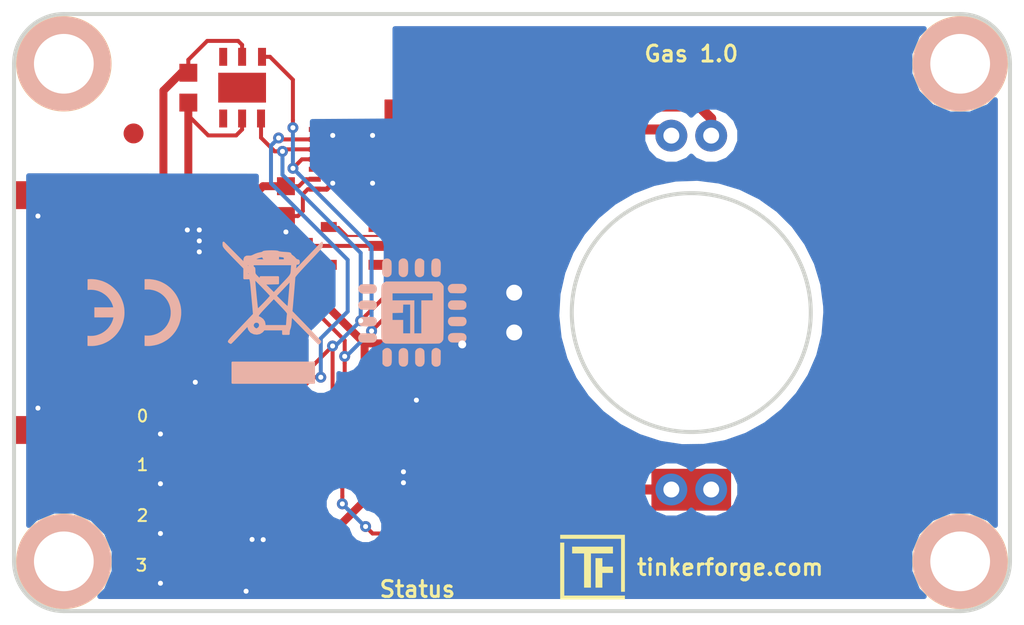
<source format=kicad_pcb>
(kicad_pcb (version 20171130) (host pcbnew 5.0.2-bee76a0~70~ubuntu18.04.1)

  (general
    (thickness 1.6)
    (drawings 16)
    (tracks 395)
    (zones 0)
    (modules 45)
    (nets 46)
  )

  (page A4)
  (layers
    (0 F.Cu signal)
    (31 B.Cu signal)
    (32 B.Adhes user)
    (33 F.Adhes user)
    (34 B.Paste user)
    (35 F.Paste user)
    (36 B.SilkS user)
    (37 F.SilkS user)
    (38 B.Mask user)
    (39 F.Mask user)
    (40 Dwgs.User user)
    (41 Cmts.User user)
    (42 Eco1.User user)
    (43 Eco2.User user)
    (44 Edge.Cuts user)
    (45 Margin user)
    (46 B.CrtYd user)
    (47 F.CrtYd user)
    (48 B.Fab user)
    (49 F.Fab user)
  )

  (setup
    (last_trace_width 0.25)
    (user_trace_width 0.1)
    (user_trace_width 0.2)
    (user_trace_width 0.3)
    (user_trace_width 0.35)
    (user_trace_width 0.4)
    (user_trace_width 0.5)
    (trace_clearance 0.149)
    (zone_clearance 0.001)
    (zone_45_only no)
    (trace_min 0.1)
    (segment_width 0.2)
    (edge_width 0.2)
    (via_size 0.8)
    (via_drill 0.4)
    (via_min_size 0.4)
    (via_min_drill 0.24)
    (user_via 0.55 0.25)
    (uvia_size 0.3)
    (uvia_drill 0.1)
    (uvias_allowed no)
    (uvia_min_size 0.2)
    (uvia_min_drill 0.1)
    (pcb_text_width 0.3048)
    (pcb_text_size 1.524 2.032)
    (mod_edge_width 0.01)
    (mod_text_size 1.524 1.524)
    (mod_text_width 0.3048)
    (pad_size 3.5 3.5)
    (pad_drill 0.6)
    (pad_to_mask_clearance 0)
    (solder_mask_min_width 0.25)
    (aux_axis_origin 125 116.11)
    (grid_origin 125 116.11)
    (visible_elements FFFFFF7F)
    (pcbplotparams
      (layerselection 0x010fc_ffffffff)
      (usegerberextensions false)
      (usegerberattributes false)
      (usegerberadvancedattributes false)
      (creategerberjobfile false)
      (excludeedgelayer true)
      (linewidth 0.100000)
      (plotframeref false)
      (viasonmask false)
      (mode 1)
      (useauxorigin false)
      (hpglpennumber 1)
      (hpglpenspeed 20)
      (hpglpendiameter 15.000000)
      (psnegative false)
      (psa4output false)
      (plotreference true)
      (plotvalue true)
      (plotinvisibletext false)
      (padsonsilk false)
      (subtractmaskfromsilk false)
      (outputformat 1)
      (mirror false)
      (drillshape 1)
      (scaleselection 1)
      (outputdirectory ""))
  )

  (net 0 "")
  (net 1 GND)
  (net 2 "Net-(C1-Pad1)")
  (net 3 VCC)
  (net 4 "Net-(C8-Pad1)")
  (net 5 "Net-(C9-Pad1)")
  (net 6 "Net-(C9-Pad2)")
  (net 7 "Net-(D1-Pad2)")
  (net 8 +5V)
  (net 9 "Net-(P1-Pad4)")
  (net 10 "Net-(P1-Pad5)")
  (net 11 "Net-(P1-Pad6)")
  (net 12 "Net-(P2-Pad1)")
  (net 13 "Net-(P3-Pad2)")
  (net 14 SolderJumper0)
  (net 15 SolderJumper1)
  (net 16 SolderJumper2)
  (net 17 SolderJumper3)
  (net 18 "Net-(R1-Pad1)")
  (net 19 "Net-(R4-Pad2)")
  (net 20 S-MISO)
  (net 21 S-MOSI)
  (net 22 S-CLK)
  (net 23 S-CS)
  (net 24 SCL0)
  (net 25 "Net-(RP2-Pad6)")
  (net 26 "Net-(RP2-Pad7)")
  (net 27 SDA0)
  (net 28 "Net-(U1-Pad8)")
  (net 29 "Net-(U1-Pad11)")
  (net 30 "Net-(U1-Pad12)")
  (net 31 "Net-(U1-Pad13)")
  (net 32 Enable)
  (net 33 "Net-(U6-Pad3)")
  (net 34 "Net-(U6-Pad4)")
  (net 35 "Net-(U8-Pad5)")
  (net 36 "Net-(U8-Pad8)")
  (net 37 "Net-(C6-Pad1)")
  (net 38 "Net-(U10-Pad2)")
  (net 39 "Net-(U1-Pad15)")
  (net 40 "Net-(U1-Pad16)")
  (net 41 "Net-(U1-Pad18)")
  (net 42 "Net-(U1-Pad21)")
  (net 43 "Net-(R4-Pad1)")
  (net 44 "Net-(U11-Pad1)")
  (net 45 "Net-(U11-Pad4)")

  (net_class Default "This is the default net class."
    (clearance 0.149)
    (trace_width 0.25)
    (via_dia 0.8)
    (via_drill 0.4)
    (uvia_dia 0.3)
    (uvia_drill 0.1)
    (add_net +5V)
    (add_net Enable)
    (add_net GND)
    (add_net "Net-(C1-Pad1)")
    (add_net "Net-(C6-Pad1)")
    (add_net "Net-(C8-Pad1)")
    (add_net "Net-(C9-Pad1)")
    (add_net "Net-(C9-Pad2)")
    (add_net "Net-(D1-Pad2)")
    (add_net "Net-(P1-Pad4)")
    (add_net "Net-(P1-Pad5)")
    (add_net "Net-(P1-Pad6)")
    (add_net "Net-(P2-Pad1)")
    (add_net "Net-(P3-Pad2)")
    (add_net "Net-(R1-Pad1)")
    (add_net "Net-(R4-Pad1)")
    (add_net "Net-(R4-Pad2)")
    (add_net "Net-(RP2-Pad6)")
    (add_net "Net-(RP2-Pad7)")
    (add_net "Net-(U1-Pad11)")
    (add_net "Net-(U1-Pad12)")
    (add_net "Net-(U1-Pad13)")
    (add_net "Net-(U1-Pad15)")
    (add_net "Net-(U1-Pad16)")
    (add_net "Net-(U1-Pad18)")
    (add_net "Net-(U1-Pad21)")
    (add_net "Net-(U1-Pad8)")
    (add_net "Net-(U10-Pad2)")
    (add_net "Net-(U11-Pad1)")
    (add_net "Net-(U11-Pad4)")
    (add_net "Net-(U6-Pad3)")
    (add_net "Net-(U6-Pad4)")
    (add_net "Net-(U8-Pad5)")
    (add_net "Net-(U8-Pad8)")
    (add_net S-CLK)
    (add_net S-CS)
    (add_net S-MISO)
    (add_net S-MOSI)
    (add_net SCL0)
    (add_net SDA0)
    (add_net SolderJumper0)
    (add_net SolderJumper1)
    (add_net SolderJumper2)
    (add_net SolderJumper3)
    (add_net VCC)
  )

  (module kicad-libraries:R0402F (layer F.Cu) (tedit 5A0C5AF6) (tstamp 5CEEE087)
    (at 144.4 120.76 180)
    (path /5CCE742F)
    (fp_text reference R4 (at 0 0.2 180) (layer F.Fab)
      (effects (font (size 0.2 0.2) (thickness 0.05)))
    )
    (fp_text value 49,9 (at 0 -0.15 180) (layer F.Fab)
      (effects (font (size 0.2 0.2) (thickness 0.05)))
    )
    (fp_line (start -0.9 -0.45) (end 0.9 -0.45) (layer F.Fab) (width 0.025))
    (fp_line (start 0.9 -0.45) (end 0.9 0.45) (layer F.Fab) (width 0.025))
    (fp_line (start 0.9 0.45) (end -0.9 0.45) (layer F.Fab) (width 0.025))
    (fp_line (start -0.9 0.45) (end -0.9 -0.45) (layer F.Fab) (width 0.025))
    (pad 2 smd rect (at 0.5 0 180) (size 0.6 0.7) (layers F.Cu F.Paste F.Mask)
      (net 19 "Net-(R4-Pad2)"))
    (pad 1 smd rect (at -0.5 0 180) (size 0.6 0.7) (layers F.Cu F.Paste F.Mask)
      (net 43 "Net-(R4-Pad1)"))
    (model Resistors_SMD/R_0402.wrl
      (at (xyz 0 0 0))
      (scale (xyz 1 1 1))
      (rotate (xyz 0 0 0))
    )
  )

  (module kicad-libraries:spec-sensor (layer F.Cu) (tedit 5CEE5461) (tstamp 5CEF2689)
    (at 159 131.11)
    (path /5CFE4587)
    (fp_text reference U11 (at 0 1.55) (layer F.Fab)
      (effects (font (size 1 1) (thickness 0.15)))
    )
    (fp_text value spec-sensor (at 0 -2) (layer F.Fab)
      (effects (font (size 1 1) (thickness 0.15)))
    )
    (fp_line (start 10.5 10.5) (end 10.5 -10.5) (layer F.Fab) (width 0.11))
    (fp_line (start -10.5 10.5) (end 10.5 10.5) (layer F.Fab) (width 0.11))
    (fp_line (start -10.5 -10.5) (end -10.5 10.5) (layer F.Fab) (width 0.11))
    (fp_line (start 10.5 -10.5) (end -10.5 -10.5) (layer F.Fab) (width 0.11))
    (pad 3 thru_hole circle (at -8.89 -1) (size 1.6 1.6) (drill 0.8) (layers *.Cu *.Mask)
      (net 1 GND))
    (pad 2 thru_hole circle (at -8.89 1) (size 1.6 1.6) (drill 0.8) (layers *.Cu *.Mask)
      (net 1 GND))
    (pad 5 thru_hole circle (at 1 -8.89) (size 1.6 1.6) (drill 0.8) (layers *.Cu *.Mask)
      (net 43 "Net-(R4-Pad1)"))
    (pad 4 thru_hole circle (at -1 -8.89) (size 1.6 1.6) (drill 0.8) (layers *.Cu *.Mask)
      (net 45 "Net-(U11-Pad4)"))
    (pad 6 thru_hole circle (at 1 8.89) (size 1.6 1.6) (drill 0.8) (layers *.Cu *.Mask)
      (net 44 "Net-(U11-Pad1)"))
    (pad 1 thru_hole circle (at -1 8.89) (size 1.6 1.6) (drill 0.8) (layers *.Cu *.Mask)
      (net 44 "Net-(U11-Pad1)"))
    (model ${KISYS3DMOD}/Sensors_Detectors/spec-sensor.wrl
      (at (xyz 0 0 0))
      (scale (xyz 1 1 1))
      (rotate (xyz 0 0 0))
    )
  )

  (module kicad-libraries:C0402F (layer F.Cu) (tedit 5A0C5AF6) (tstamp 5CED7167)
    (at 133 134.61)
    (path /5A54FAC2)
    (fp_text reference C1 (at 0.1 0.15) (layer F.Fab)
      (effects (font (size 0.2 0.2) (thickness 0.05)))
    )
    (fp_text value 220pF (at 0 -0.15) (layer F.Fab)
      (effects (font (size 0.2 0.2) (thickness 0.05)))
    )
    (fp_line (start -0.9 -0.45) (end 0.9 -0.45) (layer F.Fab) (width 0.025))
    (fp_line (start 0.9 -0.45) (end 0.9 0.45) (layer F.Fab) (width 0.025))
    (fp_line (start 0.9 0.45) (end -0.9 0.45) (layer F.Fab) (width 0.025))
    (fp_line (start -0.9 0.45) (end -0.9 -0.45) (layer F.Fab) (width 0.025))
    (pad 2 smd rect (at 0.5 0) (size 0.6 0.7) (layers F.Cu F.Paste F.Mask)
      (net 1 GND))
    (pad 1 smd rect (at -0.5 0) (size 0.6 0.7) (layers F.Cu F.Paste F.Mask)
      (net 2 "Net-(C1-Pad1)"))
    (model Capacitors_SMD/C_0402.wrl
      (at (xyz 0 0 0))
      (scale (xyz 1 1 1))
      (rotate (xyz 0 0 0))
    )
  )

  (module kicad-libraries:C0805 (layer F.Cu) (tedit 58F5DFFC) (tstamp 5CED618F)
    (at 131.9 128.61 270)
    (path /54F76B96)
    (attr smd)
    (fp_text reference C2 (at 0 0.3 270) (layer F.Fab)
      (effects (font (size 0.2 0.2) (thickness 0.05)))
    )
    (fp_text value 10uF (at 0 -0.2 270) (layer F.Fab)
      (effects (font (size 0.2 0.2) (thickness 0.05)))
    )
    (fp_line (start -1.651 -0.8001) (end -1.651 0.8001) (layer F.Fab) (width 0.001))
    (fp_line (start -1.651 0.8001) (end 1.651 0.8001) (layer F.Fab) (width 0.001))
    (fp_line (start 1.651 0.8001) (end 1.651 -0.8001) (layer F.Fab) (width 0.001))
    (fp_line (start 1.651 -0.8001) (end -1.651 -0.8001) (layer F.Fab) (width 0.001))
    (pad 1 smd rect (at -1.00076 0 270) (size 1.00076 1.24968) (layers F.Cu F.Paste F.Mask)
      (net 1 GND) (clearance 0.14986))
    (pad 2 smd rect (at 1.00076 0 270) (size 1.00076 1.24968) (layers F.Cu F.Paste F.Mask)
      (net 3 VCC) (clearance 0.14986))
    (model Capacitors_SMD/C_0805.wrl
      (at (xyz 0 0 0))
      (scale (xyz 1 1 1))
      (rotate (xyz 0 0 0))
    )
  )

  (module kicad-libraries:C0603F (layer F.Cu) (tedit 58F5DD02) (tstamp 5CED6199)
    (at 133.5 128.61 270)
    (path /54F77AA5)
    (attr smd)
    (fp_text reference C3 (at 0.05 0.225 270) (layer F.Fab)
      (effects (font (size 0.2 0.2) (thickness 0.05)))
    )
    (fp_text value 1uF (at 0.05 -0.375 270) (layer F.Fab)
      (effects (font (size 0.2 0.2) (thickness 0.05)))
    )
    (fp_line (start -1.45034 0.65024) (end -1.45034 -0.65024) (layer F.Fab) (width 0.001))
    (fp_line (start 1.45034 0.65024) (end -1.45034 0.65024) (layer F.Fab) (width 0.001))
    (fp_line (start 1.45034 -0.65024) (end 1.45034 0.65024) (layer F.Fab) (width 0.001))
    (fp_line (start -1.45034 -0.65024) (end 1.45034 -0.65024) (layer F.Fab) (width 0.001))
    (pad 2 smd rect (at 0.75 0 270) (size 0.9 0.9) (layers F.Cu F.Paste F.Mask)
      (net 3 VCC))
    (pad 1 smd rect (at -0.75 0 270) (size 0.9 0.9) (layers F.Cu F.Paste F.Mask)
      (net 1 GND))
    (model Capacitors_SMD/C_0603.wrl
      (at (xyz 0 0 0))
      (scale (xyz 1 1 1))
      (rotate (xyz 0 0 0))
    )
  )

  (module kicad-libraries:C0603F (layer F.Cu) (tedit 58F5DD02) (tstamp 5CED61A3)
    (at 138 141.86 180)
    (path /5820F9DC)
    (attr smd)
    (fp_text reference C4 (at 0.05 0.25 180) (layer F.Fab)
      (effects (font (size 0.2 0.2) (thickness 0.05)))
    )
    (fp_text value 100nF (at 0.05 -0.375 180) (layer F.Fab)
      (effects (font (size 0.2 0.2) (thickness 0.05)))
    )
    (fp_line (start -1.45034 -0.65024) (end 1.45034 -0.65024) (layer F.Fab) (width 0.001))
    (fp_line (start 1.45034 -0.65024) (end 1.45034 0.65024) (layer F.Fab) (width 0.001))
    (fp_line (start 1.45034 0.65024) (end -1.45034 0.65024) (layer F.Fab) (width 0.001))
    (fp_line (start -1.45034 0.65024) (end -1.45034 -0.65024) (layer F.Fab) (width 0.001))
    (pad 1 smd rect (at -0.75 0 180) (size 0.9 0.9) (layers F.Cu F.Paste F.Mask)
      (net 3 VCC))
    (pad 2 smd rect (at 0.75 0 180) (size 0.9 0.9) (layers F.Cu F.Paste F.Mask)
      (net 1 GND))
    (model Capacitors_SMD/C_0603.wrl
      (at (xyz 0 0 0))
      (scale (xyz 1 1 1))
      (rotate (xyz 0 0 0))
    )
  )

  (module kicad-libraries:C0603F (layer F.Cu) (tedit 58F5DD02) (tstamp 5CEEE1E9)
    (at 138.65 125.51 270)
    (path /5CCDB64D)
    (attr smd)
    (fp_text reference C5 (at 0.05 0.225 270) (layer F.Fab)
      (effects (font (size 0.2 0.2) (thickness 0.05)))
    )
    (fp_text value 100nF (at 0.05 -0.375 270) (layer F.Fab)
      (effects (font (size 0.2 0.2) (thickness 0.05)))
    )
    (fp_line (start -1.45034 -0.65024) (end 1.45034 -0.65024) (layer F.Fab) (width 0.001))
    (fp_line (start 1.45034 -0.65024) (end 1.45034 0.65024) (layer F.Fab) (width 0.001))
    (fp_line (start 1.45034 0.65024) (end -1.45034 0.65024) (layer F.Fab) (width 0.001))
    (fp_line (start -1.45034 0.65024) (end -1.45034 -0.65024) (layer F.Fab) (width 0.001))
    (pad 1 smd rect (at -0.75 0 270) (size 0.9 0.9) (layers F.Cu F.Paste F.Mask)
      (net 3 VCC))
    (pad 2 smd rect (at 0.75 0 270) (size 0.9 0.9) (layers F.Cu F.Paste F.Mask)
      (net 1 GND))
    (model Capacitors_SMD/C_0603.wrl
      (at (xyz 0 0 0))
      (scale (xyz 1 1 1))
      (rotate (xyz 0 0 0))
    )
  )

  (module kicad-libraries:C0603F (layer F.Cu) (tedit 58F5DD02) (tstamp 5CEEE204)
    (at 146.2 134.51 180)
    (path /5CD013F9)
    (attr smd)
    (fp_text reference C6 (at 0.05 0.2 180) (layer F.Fab)
      (effects (font (size 0.2 0.2) (thickness 0.05)))
    )
    (fp_text value 100nF (at 0.05 -0.375 180) (layer F.Fab)
      (effects (font (size 0.2 0.2) (thickness 0.05)))
    )
    (fp_line (start -1.45034 0.65024) (end -1.45034 -0.65024) (layer F.Fab) (width 0.001))
    (fp_line (start 1.45034 0.65024) (end -1.45034 0.65024) (layer F.Fab) (width 0.001))
    (fp_line (start 1.45034 -0.65024) (end 1.45034 0.65024) (layer F.Fab) (width 0.001))
    (fp_line (start -1.45034 -0.65024) (end 1.45034 -0.65024) (layer F.Fab) (width 0.001))
    (pad 2 smd rect (at 0.75 0 180) (size 0.9 0.9) (layers F.Cu F.Paste F.Mask)
      (net 1 GND))
    (pad 1 smd rect (at -0.75 0 180) (size 0.9 0.9) (layers F.Cu F.Paste F.Mask)
      (net 37 "Net-(C6-Pad1)"))
    (model Capacitors_SMD/C_0603.wrl
      (at (xyz 0 0 0))
      (scale (xyz 1 1 1))
      (rotate (xyz 0 0 0))
    )
  )

  (module kicad-libraries:C0603F (layer F.Cu) (tedit 58F5DD02) (tstamp 5CED61C1)
    (at 133.75 119.81 90)
    (path /5CCFBF5E)
    (attr smd)
    (fp_text reference C7 (at -0.15 -0.225 270) (layer F.Fab)
      (effects (font (size 0.2 0.2) (thickness 0.05)))
    )
    (fp_text value 100nF (at 0.05 -0.375 90) (layer F.Fab)
      (effects (font (size 0.2 0.2) (thickness 0.05)))
    )
    (fp_line (start -1.45034 -0.65024) (end 1.45034 -0.65024) (layer F.Fab) (width 0.001))
    (fp_line (start 1.45034 -0.65024) (end 1.45034 0.65024) (layer F.Fab) (width 0.001))
    (fp_line (start 1.45034 0.65024) (end -1.45034 0.65024) (layer F.Fab) (width 0.001))
    (fp_line (start -1.45034 0.65024) (end -1.45034 -0.65024) (layer F.Fab) (width 0.001))
    (pad 1 smd rect (at -0.75 0 90) (size 0.9 0.9) (layers F.Cu F.Paste F.Mask)
      (net 3 VCC))
    (pad 2 smd rect (at 0.75 0 90) (size 0.9 0.9) (layers F.Cu F.Paste F.Mask)
      (net 1 GND))
    (model Capacitors_SMD/C_0603.wrl
      (at (xyz 0 0 0))
      (scale (xyz 1 1 1))
      (rotate (xyz 0 0 0))
    )
  )

  (module kicad-libraries:C0805P (layer F.Cu) (tedit 5CEE3D70) (tstamp 5CEEE066)
    (at 143.7 138.36 270)
    (path /5CD06C5D)
    (fp_text reference C8 (at 0 -0.3 270) (layer F.Fab)
      (effects (font (size 0.29972 0.2992) (thickness 0.0748)))
    )
    (fp_text value "10uF TPSA106K010R0900" (at 0 0.4 270) (layer F.Fab)
      (effects (font (size 0.15 0.15) (thickness 0.0375)))
    )
    (fp_line (start -2 1) (end -2 -1) (layer F.Fab) (width 0.01))
    (fp_line (start -2 1) (end -1.6 1.4) (layer F.Fab) (width 0.01))
    (fp_line (start -2 -1) (end -1.6 -1.3) (layer F.Fab) (width 0.01))
    (fp_line (start -1.651 -0.8001) (end -1.651 0.8001) (layer F.Fab) (width 0.01))
    (fp_line (start -1.651 0.8001) (end 1.651 0.8001) (layer F.Fab) (width 0.01))
    (fp_line (start 1.651 0.8001) (end 1.651 -0.8001) (layer F.Fab) (width 0.01))
    (fp_line (start 1.651 -0.8001) (end -1.651 -0.8001) (layer F.Fab) (width 0.01))
    (pad 1 smd rect (at -1.00076 0 270) (size 1.00076 1.24968) (layers F.Cu F.Paste F.Mask)
      (net 4 "Net-(C8-Pad1)") (clearance 0.14986))
    (pad 2 smd rect (at 1.00076 0 270) (size 1.00076 1.24968) (layers F.Cu F.Paste F.Mask)
      (net 1 GND) (clearance 0.14986))
    (model Capacitors_SMD/C_0805P.wrl
      (at (xyz 0 0 0))
      (scale (xyz 1 1 1))
      (rotate (xyz 0 0 0))
    )
  )

  (module kicad-libraries:D0603E (layer F.Cu) (tedit 58F76B43) (tstamp 5CED61E8)
    (at 145.25 143.71)
    (path /5823347E)
    (attr smd)
    (fp_text reference D1 (at 0.85 0.45) (layer F.Fab)
      (effects (font (size 0.2 0.2) (thickness 0.05)))
    )
    (fp_text value blue (at 0.85 -0.5) (layer F.Fab)
      (effects (font (size 0.2 0.2) (thickness 0.05)))
    )
    (fp_line (start 0.2 -0.4) (end 0.2 0.4) (layer F.Fab) (width 0.05))
    (fp_line (start 0.2 0) (end -0.2 -0.4) (layer F.Fab) (width 0.05))
    (fp_line (start -0.2 -0.4) (end -0.2 0.4) (layer F.Fab) (width 0.05))
    (fp_line (start -0.2 0.4) (end 0.2 0) (layer F.Fab) (width 0.05))
    (fp_line (start -0.889 -0.254) (end -0.889 0.254) (layer F.Fab) (width 0.05))
    (fp_line (start -1.143 0) (end -0.635 0) (layer F.Fab) (width 0.05))
    (fp_line (start -1.45034 -0.65024) (end 1.45034 -0.65024) (layer F.Fab) (width 0.001))
    (fp_line (start 1.45034 -0.65024) (end 1.45034 0.65024) (layer F.Fab) (width 0.001))
    (fp_line (start 1.45034 0.65024) (end -1.45034 0.65024) (layer F.Fab) (width 0.001))
    (fp_line (start -1.45034 0.65024) (end -1.45034 -0.65024) (layer F.Fab) (width 0.001))
    (pad 1 smd rect (at -0.8501 0) (size 1.1 1) (layers F.Cu F.Paste F.Mask)
      (net 3 VCC))
    (pad 2 smd rect (at 0.8501 0) (size 1.1 1) (layers F.Cu F.Paste F.Mask)
      (net 7 "Net-(D1-Pad2)"))
    (model LED_SMD/D_0603_blue.wrl
      (at (xyz 0 0 0))
      (scale (xyz 1 1 1))
      (rotate (xyz 90 180 0))
    )
  )

  (module kicad-libraries:CON-SENSOR2 (layer F.Cu) (tedit 59030BED) (tstamp 5CED61FB)
    (at 125 131.11 270)
    (path /4C5FCF27)
    (fp_text reference P1 (at 0 -2.85 270) (layer F.Fab)
      (effects (font (size 0.3 0.3) (thickness 0.075)))
    )
    (fp_text value CON-SENSOR2 (at 0 -1.6002 270) (layer F.Fab)
      (effects (font (size 0.29972 0.29972) (thickness 0.07112)))
    )
    (fp_line (start -5 -0.25) (end -4.75 -0.75) (layer F.Fab) (width 0.05))
    (fp_line (start -4.75 -0.75) (end -4.5 -0.25) (layer F.Fab) (width 0.05))
    (fp_line (start -6 -0.25) (end 6 -0.25) (layer F.Fab) (width 0.05))
    (fp_line (start 6 -0.25) (end 6 -4.3) (layer F.Fab) (width 0.05))
    (fp_line (start 6 -4.3) (end -6 -4.3) (layer F.Fab) (width 0.05))
    (fp_line (start -6 -4.3) (end -6 -0.25) (layer F.Fab) (width 0.05))
    (pad 1 smd rect (at -3.75 -4.6 270) (size 0.6 1.8) (layers F.Cu F.Paste F.Mask)
      (net 8 +5V))
    (pad 2 smd rect (at -2.5 -4.6 270) (size 0.6 1.8) (layers F.Cu F.Paste F.Mask)
      (net 1 GND))
    (pad EP smd rect (at -5.9 -1.2 270) (size 1.4 2.4) (layers F.Cu F.Paste F.Mask)
      (net 1 GND))
    (pad EP smd rect (at 5.9 -1.2 270) (size 1.4 2.4) (layers F.Cu F.Paste F.Mask)
      (net 1 GND))
    (pad 3 smd rect (at -1.25 -4.6 270) (size 0.6 1.8) (layers F.Cu F.Paste F.Mask)
      (net 3 VCC))
    (pad 4 smd rect (at 0 -4.6 270) (size 0.6 1.8) (layers F.Cu F.Paste F.Mask)
      (net 9 "Net-(P1-Pad4)"))
    (pad 5 smd rect (at 1.25 -4.6 270) (size 0.6 1.8) (layers F.Cu F.Paste F.Mask)
      (net 10 "Net-(P1-Pad5)"))
    (pad 6 smd rect (at 2.5 -4.6 270) (size 0.6 1.8) (layers F.Cu F.Paste F.Mask)
      (net 11 "Net-(P1-Pad6)"))
    (pad 7 smd rect (at 3.75 -4.6 270) (size 0.6 1.8) (layers F.Cu F.Paste F.Mask)
      (net 2 "Net-(C1-Pad1)"))
    (model Connectors_TF/BrickletConn_7pin.wrl
      (offset (xyz 0 2.539999961853027 0))
      (scale (xyz 1 1 1))
      (rotate (xyz 0 0 0))
    )
  )

  (module kicad-libraries:DEBUG_PAD (layer F.Cu) (tedit 590B3FBE) (tstamp 5CED6200)
    (at 139.05 144.96)
    (path /5A5511B7)
    (fp_text reference P2 (at 0 0.175) (layer F.Fab)
      (effects (font (size 0.15 0.15) (thickness 0.0375)))
    )
    (fp_text value DEBUG (at 0 -0.15) (layer F.Fab)
      (effects (font (size 0.15 0.15) (thickness 0.0375)))
    )
    (pad 1 smd circle (at 0 0) (size 0.7 0.7) (layers F.Cu F.Paste F.Mask)
      (net 12 "Net-(P2-Pad1)"))
  )

  (module kicad-libraries:SolderJumper (layer F.Cu) (tedit 590B2DE4) (tstamp 5CED6209)
    (at 137.6 144.61 90)
    (path /58233528)
    (fp_text reference P3 (at 0 0.35 90) (layer F.Fab)
      (effects (font (size 0.3 0.3) (thickness 0.0712)))
    )
    (fp_text value BOOT (at 0 -0.35 90) (layer F.Fab)
      (effects (font (size 0.3 0.3) (thickness 0.0712)))
    )
    (pad 1 smd rect (at -0.225 -0.55 90) (size 0.95 0.3) (layers F.Cu F.Mask)
      (net 1 GND))
    (pad 1 smd rect (at -0.225 0.55 90) (size 0.95 0.3) (layers F.Cu F.Mask)
      (net 1 GND))
    (pad 1 smd rect (at -0.5 0 90) (size 0.4 1.4) (layers F.Cu F.Mask)
      (net 1 GND))
    (pad 2 smd rect (at 0.15 0 90) (size 0.6 0.5) (layers F.Cu F.Mask)
      (net 13 "Net-(P3-Pad2)"))
    (pad 2 smd rect (at 0.55 0 90) (size 0.3 1.4) (layers F.Cu F.Mask)
      (net 13 "Net-(P3-Pad2)"))
  )

  (module kicad-libraries:SolderJumper (layer F.Cu) (tedit 590B2DE4) (tstamp 5CED6230)
    (at 132.85 136.31)
    (path /5CED768D)
    (fp_text reference P7 (at 0 0.35) (layer F.Fab)
      (effects (font (size 0.3 0.3) (thickness 0.0712)))
    )
    (fp_text value 0 (at 0 -0.35) (layer F.Fab)
      (effects (font (size 0.3 0.3) (thickness 0.0712)))
    )
    (pad 1 smd rect (at -0.225 -0.55) (size 0.95 0.3) (layers F.Cu F.Mask)
      (net 1 GND))
    (pad 1 smd rect (at -0.225 0.55) (size 0.95 0.3) (layers F.Cu F.Mask)
      (net 1 GND))
    (pad 1 smd rect (at -0.5 0) (size 0.4 1.4) (layers F.Cu F.Mask)
      (net 1 GND))
    (pad 2 smd rect (at 0.15 0) (size 0.6 0.5) (layers F.Cu F.Mask)
      (net 14 SolderJumper0))
    (pad 2 smd rect (at 0.55 0) (size 0.3 1.4) (layers F.Cu F.Mask)
      (net 14 SolderJumper0))
  )

  (module kicad-libraries:SolderJumper (layer F.Cu) (tedit 590B2DE4) (tstamp 5CED6239)
    (at 132.85 138.81)
    (path /5CED7420)
    (fp_text reference P8 (at 0 0.35) (layer F.Fab)
      (effects (font (size 0.3 0.3) (thickness 0.0712)))
    )
    (fp_text value 1 (at 0 -0.35) (layer F.Fab)
      (effects (font (size 0.3 0.3) (thickness 0.0712)))
    )
    (pad 2 smd rect (at 0.55 0) (size 0.3 1.4) (layers F.Cu F.Mask)
      (net 15 SolderJumper1))
    (pad 2 smd rect (at 0.15 0) (size 0.6 0.5) (layers F.Cu F.Mask)
      (net 15 SolderJumper1))
    (pad 1 smd rect (at -0.5 0) (size 0.4 1.4) (layers F.Cu F.Mask)
      (net 1 GND))
    (pad 1 smd rect (at -0.225 0.55) (size 0.95 0.3) (layers F.Cu F.Mask)
      (net 1 GND))
    (pad 1 smd rect (at -0.225 -0.55) (size 0.95 0.3) (layers F.Cu F.Mask)
      (net 1 GND))
  )

  (module kicad-libraries:SolderJumper (layer F.Cu) (tedit 590B2DE4) (tstamp 5CED6242)
    (at 132.85 141.31)
    (path /5CED7E05)
    (fp_text reference P9 (at 0 0.35) (layer F.Fab)
      (effects (font (size 0.3 0.3) (thickness 0.0712)))
    )
    (fp_text value 2 (at 0 -0.35) (layer F.Fab)
      (effects (font (size 0.3 0.3) (thickness 0.0712)))
    )
    (pad 2 smd rect (at 0.55 0) (size 0.3 1.4) (layers F.Cu F.Mask)
      (net 16 SolderJumper2))
    (pad 2 smd rect (at 0.15 0) (size 0.6 0.5) (layers F.Cu F.Mask)
      (net 16 SolderJumper2))
    (pad 1 smd rect (at -0.5 0) (size 0.4 1.4) (layers F.Cu F.Mask)
      (net 1 GND))
    (pad 1 smd rect (at -0.225 0.55) (size 0.95 0.3) (layers F.Cu F.Mask)
      (net 1 GND))
    (pad 1 smd rect (at -0.225 -0.55) (size 0.95 0.3) (layers F.Cu F.Mask)
      (net 1 GND))
  )

  (module kicad-libraries:SolderJumper (layer F.Cu) (tedit 590B2DE4) (tstamp 5CED624B)
    (at 132.85 143.81)
    (path /5CED7E90)
    (fp_text reference P10 (at 0 0.35) (layer F.Fab)
      (effects (font (size 0.3 0.3) (thickness 0.0712)))
    )
    (fp_text value 3 (at 0 -0.35) (layer F.Fab)
      (effects (font (size 0.3 0.3) (thickness 0.0712)))
    )
    (pad 2 smd rect (at 0.55 0) (size 0.3 1.4) (layers F.Cu F.Mask)
      (net 17 SolderJumper3))
    (pad 2 smd rect (at 0.15 0) (size 0.6 0.5) (layers F.Cu F.Mask)
      (net 17 SolderJumper3))
    (pad 1 smd rect (at -0.5 0) (size 0.4 1.4) (layers F.Cu F.Mask)
      (net 1 GND))
    (pad 1 smd rect (at -0.225 0.55) (size 0.95 0.3) (layers F.Cu F.Mask)
      (net 1 GND))
    (pad 1 smd rect (at -0.225 -0.55) (size 0.95 0.3) (layers F.Cu F.Mask)
      (net 1 GND))
  )

  (module kicad-libraries:R0603F (layer F.Cu) (tedit 58F5DD02) (tstamp 5CED6255)
    (at 145.25 142.21)
    (path /5A5569E2)
    (attr smd)
    (fp_text reference R1 (at 0.05 0.225) (layer F.Fab)
      (effects (font (size 0.2 0.2) (thickness 0.05)))
    )
    (fp_text value 1k (at 0.05 -0.375) (layer F.Fab)
      (effects (font (size 0.2 0.2) (thickness 0.05)))
    )
    (fp_line (start -1.45034 0.65024) (end -1.45034 -0.65024) (layer F.Fab) (width 0.001))
    (fp_line (start 1.45034 0.65024) (end -1.45034 0.65024) (layer F.Fab) (width 0.001))
    (fp_line (start 1.45034 -0.65024) (end 1.45034 0.65024) (layer F.Fab) (width 0.001))
    (fp_line (start -1.45034 -0.65024) (end 1.45034 -0.65024) (layer F.Fab) (width 0.001))
    (pad 2 smd rect (at 0.75 0) (size 0.9 0.9) (layers F.Cu F.Paste F.Mask)
      (net 7 "Net-(D1-Pad2)"))
    (pad 1 smd rect (at -0.75 0) (size 0.9 0.9) (layers F.Cu F.Paste F.Mask)
      (net 18 "Net-(R1-Pad1)"))
    (model Resistors_SMD/R_0603.wrl
      (at (xyz 0 0 0))
      (scale (xyz 1 1 1))
      (rotate (xyz 0 0 0))
    )
  )

  (module kicad-libraries:R0603F (layer F.Cu) (tedit 58F5DD02) (tstamp 5CEEE0E1)
    (at 143.7 135.26 90)
    (path /5CD03F9C)
    (attr smd)
    (fp_text reference R2 (at 0.05 0.225 90) (layer F.Fab)
      (effects (font (size 0.2 0.2) (thickness 0.05)))
    )
    (fp_text value 1k (at 0.049159 -0.375 90) (layer F.Fab)
      (effects (font (size 0.2 0.2) (thickness 0.05)))
    )
    (fp_line (start -1.45034 -0.65024) (end 1.45034 -0.65024) (layer F.Fab) (width 0.001))
    (fp_line (start 1.45034 -0.65024) (end 1.45034 0.65024) (layer F.Fab) (width 0.001))
    (fp_line (start 1.45034 0.65024) (end -1.45034 0.65024) (layer F.Fab) (width 0.001))
    (fp_line (start -1.45034 0.65024) (end -1.45034 -0.65024) (layer F.Fab) (width 0.001))
    (pad 1 smd rect (at -0.75 0 90) (size 0.9 0.9) (layers F.Cu F.Paste F.Mask)
      (net 4 "Net-(C8-Pad1)"))
    (pad 2 smd rect (at 0.75 0 90) (size 0.9 0.9) (layers F.Cu F.Paste F.Mask)
      (net 37 "Net-(C6-Pad1)"))
    (model Resistors_SMD/R_0603.wrl
      (at (xyz 0 0 0))
      (scale (xyz 1 1 1))
      (rotate (xyz 0 0 0))
    )
  )

  (module kicad-libraries:4X0402 (layer F.Cu) (tedit 590B1710) (tstamp 5CED6283)
    (at 133 132.91 270)
    (path /5A54E7D7)
    (attr smd)
    (fp_text reference RP1 (at -0.025 0.25 270) (layer F.Fab)
      (effects (font (size 0.2 0.2) (thickness 0.05)))
    )
    (fp_text value 82 (at -0.025 -0.45 270) (layer F.Fab)
      (effects (font (size 0.2 0.2) (thickness 0.05)))
    )
    (fp_line (start -1.04902 -0.89916) (end 1.04902 -0.89916) (layer F.Fab) (width 0.001))
    (fp_line (start 1.04902 -0.89916) (end 1.04902 0.89916) (layer F.Fab) (width 0.001))
    (fp_line (start -1.04902 0.89916) (end 1.04902 0.89916) (layer F.Fab) (width 0.001))
    (fp_line (start -1.04902 -0.89916) (end -1.04902 0.89916) (layer F.Fab) (width 0.001))
    (pad 1 smd rect (at -0.7493 0.575 90) (size 0.29972 0.65) (layers F.Cu F.Paste F.Mask)
      (net 9 "Net-(P1-Pad4)"))
    (pad 2 smd rect (at -0.24892 0.575 90) (size 0.29972 0.65) (layers F.Cu F.Paste F.Mask)
      (net 10 "Net-(P1-Pad5)"))
    (pad 3 smd rect (at 0.24892 0.575 90) (size 0.29972 0.65) (layers F.Cu F.Paste F.Mask)
      (net 11 "Net-(P1-Pad6)"))
    (pad 4 smd rect (at 0.7493 0.575 90) (size 0.29972 0.65) (layers F.Cu F.Paste F.Mask)
      (net 2 "Net-(C1-Pad1)"))
    (pad 5 smd rect (at 0.7493 -0.575 270) (size 0.29972 0.65) (layers F.Cu F.Paste F.Mask)
      (net 20 S-MISO))
    (pad 6 smd rect (at 0.24892 -0.575 270) (size 0.29972 0.65) (layers F.Cu F.Paste F.Mask)
      (net 21 S-MOSI))
    (pad 7 smd rect (at -0.24892 -0.575 270) (size 0.29972 0.65) (layers F.Cu F.Paste F.Mask)
      (net 22 S-CLK))
    (pad 8 smd rect (at -0.7493 -0.575 270) (size 0.29972 0.65) (layers F.Cu F.Paste F.Mask)
      (net 23 S-CS))
    (model Resistors_SMD/R_4x0402.wrl
      (at (xyz 0 0 0))
      (scale (xyz 1 1 1))
      (rotate (xyz 0 0 90))
    )
  )

  (module kicad-libraries:0603X4 (layer F.Cu) (tedit 58F76A25) (tstamp 5CED6293)
    (at 138.45 132.46 90)
    (path /5CD1006E)
    (attr smd)
    (fp_text reference RP2 (at -0.75 0 90) (layer F.Fab)
      (effects (font (size 0.29972 0.29972) (thickness 0.07493)))
    )
    (fp_text value 10k (at 1.00076 0 90) (layer F.Fab)
      (effects (font (size 0.29972 0.29972) (thickness 0.07493)))
    )
    (fp_line (start -1.6002 -0.8001) (end 1.6002 -0.8001) (layer F.Fab) (width 0.001))
    (fp_line (start 1.6002 -0.8001) (end 1.6002 0.8001) (layer F.Fab) (width 0.001))
    (fp_line (start 1.6002 0.8001) (end -1.6002 0.8001) (layer F.Fab) (width 0.001))
    (fp_line (start -1.6002 0.8001) (end -1.6002 -0.8001) (layer F.Fab) (width 0.001))
    (pad 1 smd rect (at 1.19888 -0.8509 90) (size 0.44958 0.89916) (layers F.Cu F.Paste F.Mask)
      (net 3 VCC))
    (pad 2 smd rect (at 0.39878 -0.8509 90) (size 0.44958 0.89916) (layers F.Cu F.Paste F.Mask)
      (net 3 VCC))
    (pad 3 smd rect (at -0.39878 -0.8509 90) (size 0.44958 0.89916) (layers F.Cu F.Paste F.Mask)
      (net 3 VCC))
    (pad 4 smd rect (at -1.19888 -0.8509 90) (size 0.44958 0.89916) (layers F.Cu F.Paste F.Mask)
      (net 3 VCC))
    (pad 5 smd rect (at -1.19888 0.8509 90) (size 0.44958 0.89916) (layers F.Cu F.Paste F.Mask)
      (net 24 SCL0))
    (pad 6 smd rect (at -0.39878 0.8509 90) (size 0.44958 0.89916) (layers F.Cu F.Paste F.Mask)
      (net 25 "Net-(RP2-Pad6)"))
    (pad 7 smd rect (at 0.39878 0.8509 90) (size 0.44958 0.89916) (layers F.Cu F.Paste F.Mask)
      (net 26 "Net-(RP2-Pad7)"))
    (pad 8 smd rect (at 1.19888 0.8509 90) (size 0.44958 0.89916) (layers F.Cu F.Paste F.Mask)
      (net 27 SDA0))
    (model Resistors_SMD/R_4x0603.wrl
      (at (xyz 0 0 0))
      (scale (xyz 1 1 1))
      (rotate (xyz 0 0 0))
    )
  )

  (module kicad-libraries:QFN24-4x4mm-0.5mm (layer F.Cu) (tedit 590CA070) (tstamp 5CED62B8)
    (at 138 138.41)
    (tags "QFN 24pin 0.5")
    (path /5C9224DC)
    (attr smd)
    (fp_text reference U1 (at 0 -0.4) (layer F.Fab)
      (effects (font (size 0.3 0.3) (thickness 0.075)))
    )
    (fp_text value XMC1300 (at 0 0.8) (layer F.Fab)
      (effects (font (size 0.3 0.3) (thickness 0.075)))
    )
    (fp_line (start -1 -2) (end 2 -2) (layer F.Fab) (width 0.15))
    (fp_line (start 2 -2) (end 2 2) (layer F.Fab) (width 0.15))
    (fp_line (start 2 2) (end -2 2) (layer F.Fab) (width 0.15))
    (fp_line (start -2 2) (end -2 -1) (layer F.Fab) (width 0.15))
    (fp_line (start -2 -1) (end -1 -2) (layer F.Fab) (width 0.15))
    (pad 1 smd oval (at -2.025 -1.25) (size 1 0.3) (layers F.Cu F.Paste F.Mask)
      (net 20 S-MISO))
    (pad 2 smd oval (at -2.025 -0.75) (size 1 0.3) (layers F.Cu F.Paste F.Mask)
      (net 14 SolderJumper0))
    (pad 3 smd oval (at -2.025 -0.25) (size 1 0.3) (layers F.Cu F.Paste F.Mask)
      (net 15 SolderJumper1))
    (pad 4 smd oval (at -2.025 0.25) (size 1 0.3) (layers F.Cu F.Paste F.Mask)
      (net 16 SolderJumper2))
    (pad 5 smd oval (at -2.025 0.75) (size 1 0.3) (layers F.Cu F.Paste F.Mask)
      (net 17 SolderJumper3))
    (pad 6 smd oval (at -2.025 1.25) (size 1 0.3) (layers F.Cu F.Paste F.Mask)
      (net 13 "Net-(P3-Pad2)"))
    (pad 7 smd oval (at -1.25 2.025 90) (size 1 0.3) (layers F.Cu F.Paste F.Mask)
      (net 12 "Net-(P2-Pad1)"))
    (pad 8 smd oval (at -0.75 2.025 90) (size 1 0.3) (layers F.Cu F.Paste F.Mask)
      (net 28 "Net-(U1-Pad8)"))
    (pad 9 smd oval (at -0.25 2.025 90) (size 1 0.3) (layers F.Cu F.Paste F.Mask)
      (net 1 GND))
    (pad 10 smd oval (at 0.25 2.025 90) (size 1 0.3) (layers F.Cu F.Paste F.Mask)
      (net 3 VCC))
    (pad 11 smd oval (at 0.75 2.025 90) (size 1 0.3) (layers F.Cu F.Paste F.Mask)
      (net 29 "Net-(U1-Pad11)"))
    (pad 12 smd oval (at 1.25 2.025 90) (size 1 0.3) (layers F.Cu F.Paste F.Mask)
      (net 30 "Net-(U1-Pad12)"))
    (pad 13 smd oval (at 2.025 1.25) (size 1 0.3) (layers F.Cu F.Paste F.Mask)
      (net 31 "Net-(U1-Pad13)"))
    (pad 14 smd oval (at 2.025 0.75) (size 1 0.3) (layers F.Cu F.Paste F.Mask)
      (net 18 "Net-(R1-Pad1)"))
    (pad 15 smd oval (at 2.025 0.25) (size 1 0.3) (layers F.Cu F.Paste F.Mask)
      (net 39 "Net-(U1-Pad15)"))
    (pad 16 smd oval (at 2.025 -0.25) (size 1 0.3) (layers F.Cu F.Paste F.Mask)
      (net 40 "Net-(U1-Pad16)"))
    (pad 17 smd oval (at 2.025 -0.75) (size 1 0.3) (layers F.Cu F.Paste F.Mask)
      (net 27 SDA0))
    (pad 18 smd oval (at 2.025 -1.25) (size 1 0.3) (layers F.Cu F.Paste F.Mask)
      (net 41 "Net-(U1-Pad18)"))
    (pad 19 smd oval (at 1.25 -2.025 90) (size 1 0.3) (layers F.Cu F.Paste F.Mask)
      (net 24 SCL0))
    (pad 20 smd oval (at 0.75 -2.025 90) (size 1 0.3) (layers F.Cu F.Paste F.Mask)
      (net 32 Enable))
    (pad 21 smd oval (at 0.25 -2.025 90) (size 1 0.3) (layers F.Cu F.Paste F.Mask)
      (net 42 "Net-(U1-Pad21)"))
    (pad 22 smd oval (at -0.25 -2.025 90) (size 1 0.3) (layers F.Cu F.Paste F.Mask)
      (net 23 S-CS))
    (pad 23 smd oval (at -0.75 -2.025 90) (size 1 0.3) (layers F.Cu F.Paste F.Mask)
      (net 22 S-CLK))
    (pad 24 smd oval (at -1.25 -2.025 90) (size 1 0.3) (layers F.Cu F.Paste F.Mask)
      (net 21 S-MOSI))
    (pad EXP smd rect (at 0.65 0.65) (size 1.3 1.3) (layers F.Cu F.Paste F.Mask)
      (net 1 GND) (solder_paste_margin_ratio -0.2))
    (pad EXP smd rect (at 0.65 -0.65) (size 1.3 1.3) (layers F.Cu F.Paste F.Mask)
      (net 1 GND) (solder_paste_margin_ratio -0.2))
    (pad EXP smd rect (at -0.65 0.65) (size 1.3 1.3) (layers F.Cu F.Paste F.Mask)
      (net 1 GND) (solder_paste_margin_ratio -0.2))
    (pad EXP smd rect (at -0.65 -0.65) (size 1.3 1.3) (layers F.Cu F.Paste F.Mask)
      (net 1 GND) (solder_paste_margin_ratio -0.2))
    (model Housings_DFN_QFN/QFN-24_4x4mm_Pitch0.5mm.wrl
      (at (xyz 0 0 0))
      (scale (xyz 1 1 1))
      (rotate (xyz 90 180 180))
    )
  )

  (module kicad-libraries:DRILL_NP (layer F.Cu) (tedit 530C7871) (tstamp 5CED62C6)
    (at 127.5 143.61)
    (path /4C6050A5)
    (fp_text reference U2 (at 0 0) (layer F.SilkS) hide
      (effects (font (size 0.29972 0.29972) (thickness 0.0762)))
    )
    (fp_text value DRILL (at 0 0.50038) (layer F.SilkS) hide
      (effects (font (size 0.29972 0.29972) (thickness 0.0762)))
    )
    (fp_circle (center 0 0) (end 2.19964 0) (layer B.SilkS) (width 0.381))
    (fp_circle (center 0 0) (end 1.89992 0) (layer B.SilkS) (width 0.381))
    (fp_circle (center 0 0) (end 1.69926 0) (layer B.SilkS) (width 0.381))
    (fp_circle (center 0 0) (end 1.39954 0) (layer F.SilkS) (width 0.381))
    (fp_circle (center 0 0) (end 1.39954 -0.09906) (layer B.SilkS) (width 0.381))
    (fp_circle (center 0 0) (end 1.69926 0) (layer F.SilkS) (width 0.381))
    (fp_circle (center 0 0) (end 1.99898 -0.20066) (layer F.SilkS) (width 0.381))
    (fp_circle (center 0 0) (end 2.19964 -0.20066) (layer F.SilkS) (width 0.381))
    (fp_circle (center 0 0) (end 3.2 0) (layer Eco2.User) (width 0.01))
    (pad "" np_thru_hole circle (at 0 0) (size 2.99974 2.99974) (drill 2.99974) (layers *.Cu *.Mask F.SilkS)
      (clearance 0.89916))
  )

  (module kicad-libraries:DRILL_NP (layer F.Cu) (tedit 530C7871) (tstamp 5CED62D4)
    (at 172.5 118.61)
    (path /4C6050A2)
    (fp_text reference U3 (at 0 0) (layer F.SilkS) hide
      (effects (font (size 0.29972 0.29972) (thickness 0.0762)))
    )
    (fp_text value DRILL (at 0 0.50038) (layer F.SilkS) hide
      (effects (font (size 0.29972 0.29972) (thickness 0.0762)))
    )
    (fp_circle (center 0 0) (end 3.2 0) (layer Eco2.User) (width 0.01))
    (fp_circle (center 0 0) (end 2.19964 -0.20066) (layer F.SilkS) (width 0.381))
    (fp_circle (center 0 0) (end 1.99898 -0.20066) (layer F.SilkS) (width 0.381))
    (fp_circle (center 0 0) (end 1.69926 0) (layer F.SilkS) (width 0.381))
    (fp_circle (center 0 0) (end 1.39954 -0.09906) (layer B.SilkS) (width 0.381))
    (fp_circle (center 0 0) (end 1.39954 0) (layer F.SilkS) (width 0.381))
    (fp_circle (center 0 0) (end 1.69926 0) (layer B.SilkS) (width 0.381))
    (fp_circle (center 0 0) (end 1.89992 0) (layer B.SilkS) (width 0.381))
    (fp_circle (center 0 0) (end 2.19964 0) (layer B.SilkS) (width 0.381))
    (pad "" np_thru_hole circle (at 0 0) (size 2.99974 2.99974) (drill 2.99974) (layers *.Cu *.Mask F.SilkS)
      (clearance 0.89916))
  )

  (module kicad-libraries:DRILL_NP (layer F.Cu) (tedit 530C7871) (tstamp 5CED62E2)
    (at 172.5 143.61)
    (path /4C605099)
    (fp_text reference U4 (at 0 0) (layer F.SilkS) hide
      (effects (font (size 0.29972 0.29972) (thickness 0.0762)))
    )
    (fp_text value DRILL (at 0 0.50038) (layer F.SilkS) hide
      (effects (font (size 0.29972 0.29972) (thickness 0.0762)))
    )
    (fp_circle (center 0 0) (end 2.19964 0) (layer B.SilkS) (width 0.381))
    (fp_circle (center 0 0) (end 1.89992 0) (layer B.SilkS) (width 0.381))
    (fp_circle (center 0 0) (end 1.69926 0) (layer B.SilkS) (width 0.381))
    (fp_circle (center 0 0) (end 1.39954 0) (layer F.SilkS) (width 0.381))
    (fp_circle (center 0 0) (end 1.39954 -0.09906) (layer B.SilkS) (width 0.381))
    (fp_circle (center 0 0) (end 1.69926 0) (layer F.SilkS) (width 0.381))
    (fp_circle (center 0 0) (end 1.99898 -0.20066) (layer F.SilkS) (width 0.381))
    (fp_circle (center 0 0) (end 2.19964 -0.20066) (layer F.SilkS) (width 0.381))
    (fp_circle (center 0 0) (end 3.2 0) (layer Eco2.User) (width 0.01))
    (pad "" np_thru_hole circle (at 0 0) (size 2.99974 2.99974) (drill 2.99974) (layers *.Cu *.Mask F.SilkS)
      (clearance 0.89916))
  )

  (module kicad-libraries:DRILL_NP (layer F.Cu) (tedit 530C7871) (tstamp 5CED62F0)
    (at 127.5 118.61)
    (path /4C60509F)
    (fp_text reference U5 (at 0 0) (layer F.SilkS) hide
      (effects (font (size 0.29972 0.29972) (thickness 0.0762)))
    )
    (fp_text value DRILL (at 0 0.50038) (layer F.SilkS) hide
      (effects (font (size 0.29972 0.29972) (thickness 0.0762)))
    )
    (fp_circle (center 0 0) (end 3.2 0) (layer Eco2.User) (width 0.01))
    (fp_circle (center 0 0) (end 2.19964 -0.20066) (layer F.SilkS) (width 0.381))
    (fp_circle (center 0 0) (end 1.99898 -0.20066) (layer F.SilkS) (width 0.381))
    (fp_circle (center 0 0) (end 1.69926 0) (layer F.SilkS) (width 0.381))
    (fp_circle (center 0 0) (end 1.39954 -0.09906) (layer B.SilkS) (width 0.381))
    (fp_circle (center 0 0) (end 1.39954 0) (layer F.SilkS) (width 0.381))
    (fp_circle (center 0 0) (end 1.69926 0) (layer B.SilkS) (width 0.381))
    (fp_circle (center 0 0) (end 1.89992 0) (layer B.SilkS) (width 0.381))
    (fp_circle (center 0 0) (end 2.19964 0) (layer B.SilkS) (width 0.381))
    (pad "" np_thru_hole circle (at 0 0) (size 2.99974 2.99974) (drill 2.99974) (layers *.Cu *.Mask F.SilkS)
      (clearance 0.89916))
  )

  (module kicad-libraries:DFN6-30x30_humidity (layer F.Cu) (tedit 5982E60A) (tstamp 5CED6304)
    (at 136.45 119.81)
    (path /5CCCD1D4)
    (attr smd)
    (fp_text reference U6 (at 0 -0.2) (layer F.Fab)
      (effects (font (size 0.127 0.127) (thickness 0.03175)))
    )
    (fp_text value HDC1080 (at 0 0.2) (layer F.Fab)
      (effects (font (size 0.127 0.127) (thickness 0.03175)))
    )
    (fp_line (start -1.31 -0.45) (end -1.31 0.35) (layer F.Fab) (width 0.05))
    (fp_line (start -1.31 0.35) (end -0.51 0.35) (layer F.Fab) (width 0.05))
    (fp_line (start -0.51 0.35) (end -0.51 -0.45) (layer F.Fab) (width 0.05))
    (fp_line (start -0.51 -0.45) (end -1.31 -0.45) (layer F.Fab) (width 0.05))
    (fp_line (start -1.5 -1.5) (end 1.5 -1.5) (layer F.Fab) (width 0.05))
    (fp_line (start 1.5 -1.5) (end 1.5 1.5) (layer F.Fab) (width 0.05))
    (fp_line (start 1.5 1.5) (end -1.5 1.5) (layer F.Fab) (width 0.05))
    (fp_line (start -1.5 1.5) (end -1.5 -1.5) (layer F.Fab) (width 0.05))
    (fp_circle (center 1.1 -0.85) (end 1.2 -0.75) (layer F.Fab) (width 0.05))
    (pad 1 smd rect (at 1 -1.55) (size 0.4 0.9) (layers F.Cu F.Paste F.Mask)
      (net 27 SDA0))
    (pad 2 smd rect (at 0 -1.55) (size 0.4 0.9) (layers F.Cu F.Paste F.Mask)
      (net 1 GND))
    (pad 3 smd rect (at -0.95 -1.55) (size 0.4 0.9) (layers F.Cu F.Paste F.Mask)
      (net 33 "Net-(U6-Pad3)"))
    (pad 4 smd rect (at -0.95 1.55) (size 0.4 0.9) (layers F.Cu F.Paste F.Mask)
      (net 34 "Net-(U6-Pad4)"))
    (pad 5 smd rect (at 0 1.55) (size 0.4 0.9) (layers F.Cu F.Paste F.Mask)
      (net 3 VCC))
    (pad 6 smd rect (at 0.95 1.55) (size 0.4 0.9) (layers F.Cu F.Paste F.Mask)
      (net 24 SCL0))
    (pad EXP smd rect (at 0 0) (size 2.4 1.5) (layers F.Cu F.Paste F.Mask))
    (model Housings_DFN_QFN/DFN-6-3x3mm_humidity.wrl
      (at (xyz 0 0 0))
      (scale (xyz 1 1 1))
      (rotate (xyz 0 0 180))
    )
  )

  (module kicad-libraries:SOT23-3 (layer F.Cu) (tedit 59102DB5) (tstamp 5CEEE1CC)
    (at 146.2 136.91 270)
    (path /5D55EAF4)
    (fp_text reference U7 (at 0 0.325 270) (layer F.Fab)
      (effects (font (size 0.3 0.3) (thickness 0.075)))
    )
    (fp_text value ISL60002 (at 0 -0.25 270) (layer F.Fab)
      (effects (font (size 0.29972 0.29972) (thickness 0.07112)))
    )
    (fp_line (start 1.50114 -0.70104) (end 1.50114 0.70104) (layer F.Fab) (width 0.1))
    (fp_line (start 1.50114 0.70104) (end -1.50114 0.70104) (layer F.Fab) (width 0.1))
    (fp_line (start -1.50114 0.70104) (end -1.50114 -0.70104) (layer F.Fab) (width 0.1))
    (fp_line (start -1.50114 -0.70104) (end 1.50114 -0.70104) (layer F.Fab) (width 0.1))
    (pad 1 smd rect (at 0.889 -1.016 270) (size 0.9144 0.9144) (layers F.Cu F.Paste F.Mask)
      (net 3 VCC))
    (pad 2 smd rect (at -0.889 -1.016 270) (size 0.9144 0.9144) (layers F.Cu F.Paste F.Mask)
      (net 37 "Net-(C6-Pad1)"))
    (pad 3 smd rect (at 0 1.00076 270) (size 0.9144 0.9144) (layers F.Cu F.Paste F.Mask)
      (net 1 GND))
    (model Housing_SOT_SOD/SOT-23.wrl
      (at (xyz 0 0 0))
      (scale (xyz 1 1 1))
      (rotate (xyz 0 0 180))
    )
  )

  (module kicad-libraries:WSON-14-LMP91000 (layer F.Cu) (tedit 5CED2EDC) (tstamp 5CEEE125)
    (at 142 123.41 270)
    (path /5CCCCCD8)
    (fp_text reference U8 (at -0.4 0 270) (layer F.Fab)
      (effects (font (size 0.1 0.1) (thickness 0.025)))
    )
    (fp_text value LMP91000 (at 0.8 0 270) (layer F.Fab)
      (effects (font (size 0.1 0.1) (thickness 0.025)))
    )
    (fp_line (start -2 -2) (end 2 -2) (layer F.Fab) (width 0.11))
    (fp_line (start 2 -2) (end 2 2) (layer F.Fab) (width 0.11))
    (fp_line (start 2 2) (end -2 2) (layer F.Fab) (width 0.11))
    (fp_line (start -2 2) (end -2 -2) (layer F.Fab) (width 0.11))
    (fp_circle (center -1.5 1.5) (end -1.7 1.4) (layer F.Fab) (width 0.11))
    (pad 15 smd rect (at 0 0 270) (size 3 2.6) (layers F.Cu F.Paste F.Mask)
      (net 1 GND))
    (pad 4 smd rect (at 0 1.9 270) (size 0.25 0.6) (layers F.Cu F.Paste F.Mask)
      (net 27 SDA0))
    (pad 5 smd rect (at 0.5 1.9 270) (size 0.25 0.6) (layers F.Cu F.Paste F.Mask)
      (net 35 "Net-(U8-Pad5)"))
    (pad 6 smd rect (at 1 1.9 270) (size 0.25 0.6) (layers F.Cu F.Paste F.Mask)
      (net 3 VCC))
    (pad 7 smd rect (at 1.5 1.9 270) (size 0.25 0.6) (layers F.Cu F.Paste F.Mask)
      (net 1 GND))
    (pad 3 smd rect (at -0.5 1.9 270) (size 0.25 0.6) (layers F.Cu F.Paste F.Mask)
      (net 24 SCL0))
    (pad 2 smd rect (at -1 1.9 270) (size 0.25 0.6) (layers F.Cu F.Paste F.Mask)
      (net 32 Enable))
    (pad 1 smd rect (at -1.5 1.9 270) (size 0.25 0.6) (layers F.Cu F.Paste F.Mask)
      (net 1 GND))
    (pad 11 smd rect (at 0 -1.9 270) (size 0.25 0.6) (layers F.Cu F.Paste F.Mask)
      (net 37 "Net-(C6-Pad1)"))
    (pad 12 smd rect (at -0.5 -1.9 270) (size 0.25 0.6) (layers F.Cu F.Paste F.Mask)
      (net 44 "Net-(U11-Pad1)"))
    (pad 13 smd rect (at -1 -1.9 270) (size 0.25 0.6) (layers F.Cu F.Paste F.Mask)
      (net 45 "Net-(U11-Pad4)"))
    (pad 14 smd rect (at -1.5 -1.9 270) (size 0.25 0.6) (layers F.Cu F.Paste F.Mask)
      (net 19 "Net-(R4-Pad2)"))
    (pad 10 smd rect (at 0.5 -1.9 270) (size 0.25 0.6) (layers F.Cu F.Paste F.Mask)
      (net 5 "Net-(C9-Pad1)"))
    (pad 9 smd rect (at 1 -1.9 270) (size 0.25 0.6) (layers F.Cu F.Paste F.Mask)
      (net 6 "Net-(C9-Pad2)"))
    (pad 8 smd rect (at 1.5 -1.9 270) (size 0.25 0.6) (layers F.Cu F.Paste F.Mask)
      (net 36 "Net-(U8-Pad8)"))
  )

  (module kicad-libraries:SOT23-5 (layer F.Cu) (tedit 58F778C6) (tstamp 5CEEE0A5)
    (at 142 127.76 90)
    (path /5CCCD3CA)
    (attr smd)
    (fp_text reference U9 (at 0 0.35052 90) (layer F.Fab)
      (effects (font (size 0.2 0.2) (thickness 0.05)))
    )
    (fp_text value MCP6041 (at -0.03 -0.38 90) (layer F.Fab)
      (effects (font (size 0.2 0.2) (thickness 0.05)))
    )
    (fp_line (start -1.5494 -0.8509) (end 1.5494 -0.8509) (layer F.Fab) (width 0.001))
    (fp_line (start 1.5494 -0.8509) (end 1.5494 0.8509) (layer F.Fab) (width 0.001))
    (fp_line (start 1.5494 0.8509) (end -1.5494 0.8509) (layer F.Fab) (width 0.001))
    (fp_line (start -1.5494 0.8509) (end -1.5494 -0.8509) (layer F.Fab) (width 0.001))
    (pad 1 smd rect (at -0.94996 1.19888 90) (size 0.50038 0.8001) (layers F.Cu F.Paste F.Mask)
      (net 38 "Net-(U10-Pad2)"))
    (pad 2 smd rect (at 0 1.19888 90) (size 0.50038 0.8001) (layers F.Cu F.Paste F.Mask)
      (net 1 GND))
    (pad 3 smd rect (at 0.94996 1.19888 90) (size 0.50038 0.8001) (layers F.Cu F.Paste F.Mask)
      (net 36 "Net-(U8-Pad8)"))
    (pad 5 smd rect (at -0.94996 -1.19888 90) (size 0.50038 0.8001) (layers F.Cu F.Paste F.Mask)
      (net 3 VCC))
    (pad 4 smd rect (at 0.94996 -1.19888 90) (size 0.50038 0.8001) (layers F.Cu F.Paste F.Mask)
      (net 38 "Net-(U10-Pad2)"))
    (model Housing_SOT_SOD/SOT-23-5.wrl
      (at (xyz 0 0 0))
      (scale (xyz 1 1 1))
      (rotate (xyz 90 180 180))
    )
  )

  (module kicad-libraries:R0402F (layer F.Cu) (tedit 5A0C5AF6) (tstamp 5CEEE0FC)
    (at 146.25 124.71 270)
    (path /5CCEC059)
    (fp_text reference C9 (at 0.1 0.15 270) (layer F.Fab)
      (effects (font (size 0.2 0.2) (thickness 0.05)))
    )
    (fp_text value DNP (at 0 -0.15 270) (layer F.Fab)
      (effects (font (size 0.2 0.2) (thickness 0.05)))
    )
    (fp_line (start -0.9 -0.45) (end 0.9 -0.45) (layer F.Fab) (width 0.025))
    (fp_line (start 0.9 -0.45) (end 0.9 0.45) (layer F.Fab) (width 0.025))
    (fp_line (start 0.9 0.45) (end -0.9 0.45) (layer F.Fab) (width 0.025))
    (fp_line (start -0.9 0.45) (end -0.9 -0.45) (layer F.Fab) (width 0.025))
    (pad 2 smd rect (at 0.5 0 270) (size 0.6 0.7) (layers F.Cu F.Paste F.Mask)
      (net 6 "Net-(C9-Pad2)"))
    (pad 1 smd rect (at -0.5 0 270) (size 0.6 0.7) (layers F.Cu F.Paste F.Mask)
      (net 5 "Net-(C9-Pad1)"))
    (model Resistors_SMD/R_0402.wrl
      (at (xyz 0 0 0))
      (scale (xyz 1 1 1))
      (rotate (xyz 0 0 0))
    )
  )

  (module kicad-libraries:R0402F (layer F.Cu) (tedit 5A0C5AF6) (tstamp 5CEEE0C6)
    (at 145.15 124.71 270)
    (path /5CCEBFB5)
    (fp_text reference R3 (at 0.1 0.15 270) (layer F.Fab)
      (effects (font (size 0.2 0.2) (thickness 0.05)))
    )
    (fp_text value 499k (at 0 -0.15 270) (layer F.Fab)
      (effects (font (size 0.2 0.2) (thickness 0.05)))
    )
    (fp_line (start -0.9 0.45) (end -0.9 -0.45) (layer F.Fab) (width 0.025))
    (fp_line (start 0.9 0.45) (end -0.9 0.45) (layer F.Fab) (width 0.025))
    (fp_line (start 0.9 -0.45) (end 0.9 0.45) (layer F.Fab) (width 0.025))
    (fp_line (start -0.9 -0.45) (end 0.9 -0.45) (layer F.Fab) (width 0.025))
    (pad 1 smd rect (at -0.5 0 270) (size 0.6 0.7) (layers F.Cu F.Paste F.Mask)
      (net 5 "Net-(C9-Pad1)"))
    (pad 2 smd rect (at 0.5 0 270) (size 0.6 0.7) (layers F.Cu F.Paste F.Mask)
      (net 6 "Net-(C9-Pad2)"))
    (model Resistors_SMD/R_0402.wrl
      (at (xyz 0 0 0))
      (scale (xyz 1 1 1))
      (rotate (xyz 0 0 0))
    )
  )

  (module kicad-libraries:C0603F (layer F.Cu) (tedit 58F5DD02) (tstamp 5CEEE045)
    (at 145.95 132.66)
    (path /5CF7B2F1)
    (attr smd)
    (fp_text reference C10 (at 0.05 0.225) (layer F.Fab)
      (effects (font (size 0.2 0.2) (thickness 0.05)))
    )
    (fp_text value 100nF (at 0.05 -0.375) (layer F.Fab)
      (effects (font (size 0.2 0.2) (thickness 0.05)))
    )
    (fp_line (start -1.45034 -0.65024) (end 1.45034 -0.65024) (layer F.Fab) (width 0.001))
    (fp_line (start 1.45034 -0.65024) (end 1.45034 0.65024) (layer F.Fab) (width 0.001))
    (fp_line (start 1.45034 0.65024) (end -1.45034 0.65024) (layer F.Fab) (width 0.001))
    (fp_line (start -1.45034 0.65024) (end -1.45034 -0.65024) (layer F.Fab) (width 0.001))
    (pad 1 smd rect (at -0.75 0) (size 0.9 0.9) (layers F.Cu F.Paste F.Mask)
      (net 3 VCC))
    (pad 2 smd rect (at 0.75 0) (size 0.9 0.9) (layers F.Cu F.Paste F.Mask)
      (net 1 GND))
    (model Capacitors_SMD/C_0603.wrl
      (at (xyz 0 0 0))
      (scale (xyz 1 1 1))
      (rotate (xyz 0 0 0))
    )
  )

  (module kicad-libraries:MSOP10-0.5 (layer F.Cu) (tedit 59567553) (tstamp 5CEEE19E)
    (at 145.95 128.86 180)
    (descr "MSOP10 10pins pitch 0.5mm")
    (path /5CF1E750)
    (attr smd)
    (fp_text reference U10 (at 0 -0.635 180) (layer F.Fab)
      (effects (font (size 0.29972 0.29972) (thickness 0.07493)))
    )
    (fp_text value MCP3423 (at 0 0.762 180) (layer F.Fab)
      (effects (font (size 0.29972 0.29972) (thickness 0.07493)))
    )
    (fp_circle (center -1.016 1.016) (end -1.016 0.762) (layer F.Fab) (width 0.2032))
    (fp_line (start 1.524 1.524) (end -1.524 1.524) (layer F.Fab) (width 0.2032))
    (fp_line (start -1.524 1.524) (end -1.524 -1.524) (layer F.Fab) (width 0.2032))
    (fp_line (start -1.524 -1.524) (end 1.524 -1.524) (layer F.Fab) (width 0.2032))
    (fp_line (start 1.524 -1.524) (end 1.524 1.524) (layer F.Fab) (width 0.2032))
    (pad 1 smd rect (at -1.016 2.2225 180) (size 0.26924 1.00076) (layers F.Cu F.Paste F.Mask)
      (net 37 "Net-(C6-Pad1)"))
    (pad 2 smd rect (at -0.508 2.2225 180) (size 0.26924 1.00076) (layers F.Cu F.Paste F.Mask)
      (net 38 "Net-(U10-Pad2)"))
    (pad 3 smd rect (at 0 2.2225 180) (size 0.26924 1.00076) (layers F.Cu F.Paste F.Mask)
      (net 1 GND))
    (pad 4 smd rect (at 0.508 2.2225 180) (size 0.26924 1.00076) (layers F.Cu F.Paste F.Mask)
      (net 1 GND))
    (pad 5 smd rect (at 1.016 2.2225 180) (size 0.26924 1.00076) (layers F.Cu F.Paste F.Mask)
      (net 1 GND))
    (pad 6 smd rect (at 1.016 -2.2225 180) (size 0.26924 1.00076) (layers F.Cu F.Paste F.Mask)
      (net 3 VCC))
    (pad 7 smd rect (at 0.508 -2.2225 180) (size 0.26924 1.00076) (layers F.Cu F.Paste F.Mask)
      (net 27 SDA0))
    (pad 8 smd rect (at 0 -2.2225 180) (size 0.26924 1.00076) (layers F.Cu F.Paste F.Mask)
      (net 24 SCL0))
    (pad 9 smd rect (at -0.508 -2.2225 180) (size 0.26924 1.00076) (layers F.Cu F.Paste F.Mask)
      (net 1 GND))
    (pad 10 smd rect (at -1.016 -2.2225 180) (size 0.26924 1.00076) (layers F.Cu F.Paste F.Mask)
      (net 1 GND))
    (model Housing_SSOP/MSOP-10.wrl
      (at (xyz 0 0 0))
      (scale (xyz 1 1 1))
      (rotate (xyz 90 180 180))
    )
  )

  (module kicad-libraries:C0603F (layer F.Cu) (tedit 58F5DD02) (tstamp 5CEEE15F)
    (at 146 139.36 180)
    (path /5CFA4E68)
    (attr smd)
    (fp_text reference C11 (at 0.05 0.225 180) (layer F.Fab)
      (effects (font (size 0.2 0.2) (thickness 0.05)))
    )
    (fp_text value 100nF (at 0.05 -0.375 180) (layer F.Fab)
      (effects (font (size 0.2 0.2) (thickness 0.05)))
    )
    (fp_line (start -1.45034 0.65024) (end -1.45034 -0.65024) (layer F.Fab) (width 0.001))
    (fp_line (start 1.45034 0.65024) (end -1.45034 0.65024) (layer F.Fab) (width 0.001))
    (fp_line (start 1.45034 -0.65024) (end 1.45034 0.65024) (layer F.Fab) (width 0.001))
    (fp_line (start -1.45034 -0.65024) (end 1.45034 -0.65024) (layer F.Fab) (width 0.001))
    (pad 2 smd rect (at 0.75 0 180) (size 0.9 0.9) (layers F.Cu F.Paste F.Mask)
      (net 1 GND))
    (pad 1 smd rect (at -0.75 0 180) (size 0.9 0.9) (layers F.Cu F.Paste F.Mask)
      (net 3 VCC))
    (model Capacitors_SMD/C_0603.wrl
      (at (xyz 0 0 0))
      (scale (xyz 1 1 1))
      (rotate (xyz 0 0 0))
    )
  )

  (module kicad-libraries:C0603F (layer F.Cu) (tedit 58F5DD02) (tstamp 5CEEE17A)
    (at 139.55 128.56 90)
    (path /5CFAD9A3)
    (attr smd)
    (fp_text reference C12 (at 0.05 0.225 90) (layer F.Fab)
      (effects (font (size 0.2 0.2) (thickness 0.05)))
    )
    (fp_text value 100nF (at 0.05 -0.375 90) (layer F.Fab)
      (effects (font (size 0.2 0.2) (thickness 0.05)))
    )
    (fp_line (start -1.45034 -0.65024) (end 1.45034 -0.65024) (layer F.Fab) (width 0.001))
    (fp_line (start 1.45034 -0.65024) (end 1.45034 0.65024) (layer F.Fab) (width 0.001))
    (fp_line (start 1.45034 0.65024) (end -1.45034 0.65024) (layer F.Fab) (width 0.001))
    (fp_line (start -1.45034 0.65024) (end -1.45034 -0.65024) (layer F.Fab) (width 0.001))
    (pad 1 smd rect (at -0.75 0 90) (size 0.9 0.9) (layers F.Cu F.Paste F.Mask)
      (net 3 VCC))
    (pad 2 smd rect (at 0.75 0 90) (size 0.9 0.9) (layers F.Cu F.Paste F.Mask)
      (net 1 GND))
    (model Capacitors_SMD/C_0603.wrl
      (at (xyz 0 0 0))
      (scale (xyz 1 1 1))
      (rotate (xyz 0 0 0))
    )
  )

  (module kicad-libraries:Logo_31x31 (layer F.Cu) (tedit 0) (tstamp 5CEF94FD)
    (at 154.05 143.91)
    (fp_text reference G*** (at 0 0) (layer F.SilkS) hide
      (effects (font (size 1.524 1.524) (thickness 0.3)))
    )
    (fp_text value LOGO (at 0.75 0) (layer F.SilkS) hide
      (effects (font (size 1.524 1.524) (thickness 0.3)))
    )
    (fp_poly (pts (xy 0.483809 -0.030238) (xy 1.016 -0.030238) (xy 1.016 0.27819) (xy 0.483809 0.27819)
      (xy 0.483809 1.016) (xy 0.145142 1.016) (xy 0.145142 -0.459619) (xy 0.483809 -0.459619)
      (xy 0.483809 -0.030238)) (layer F.SilkS) (width 0.01))
    (fp_poly (pts (xy 1.016 -0.701524) (xy -0.090715 -0.701524) (xy -0.090715 1.016) (xy -0.429381 1.016)
      (xy -0.429381 -0.701524) (xy -1.028096 -0.701524) (xy -1.028096 -1.034143) (xy 1.016 -1.034143)
      (xy 1.016 -0.701524)) (layer F.SilkS) (width 0.01))
    (fp_poly (pts (xy 1.614714 1.221619) (xy 1.427238 1.221619) (xy 1.427238 -1.439334) (xy -1.62681 -1.439334)
      (xy -1.62681 -1.62681) (xy 1.614714 -1.62681) (xy 1.614714 1.221619)) (layer F.SilkS) (width 0.01))
    (fp_poly (pts (xy -1.433286 1.42119) (xy 1.614714 1.42119) (xy 1.614714 1.608666) (xy -1.62681 1.608666)
      (xy -1.62681 -1.239762) (xy -1.433286 -1.239762) (xy -1.433286 1.42119)) (layer F.SilkS) (width 0.01))
  )

  (module kicad-libraries:WEEE_7mm (layer B.Cu) (tedit 5922FFAE) (tstamp 5CF4FFFC)
    (at 138 131.11 180)
    (fp_text reference VAL (at 0 0 180) (layer B.SilkS) hide
      (effects (font (size 0.2 0.2) (thickness 0.05)) (justify mirror))
    )
    (fp_text value WEEE_7mm (at 0.75 0 180) (layer B.SilkS) hide
      (effects (font (size 0.2 0.2) (thickness 0.05)) (justify mirror))
    )
    (fp_poly (pts (xy 2.482863 3.409859) (xy 2.480804 3.376179) (xy 2.471206 3.341837) (xy 2.44964 3.301407)
      (xy 2.411675 3.249463) (xy 2.352883 3.180577) (xy 2.268835 3.089322) (xy 2.155101 2.970274)
      (xy 2.007251 2.818004) (xy 1.961444 2.771041) (xy 1.439333 2.23603) (xy 1.439333 1.978793)
      (xy 1.439333 1.721555) (xy 1.298222 1.721555) (xy 1.298222 1.994947) (xy 1.298222 2.099005)
      (xy 1.213555 2.017889) (xy 1.160676 1.962169) (xy 1.131131 1.921219) (xy 1.128889 1.913831)
      (xy 1.153434 1.897717) (xy 1.212566 1.89089) (xy 1.213555 1.890889) (xy 1.269418 1.895963)
      (xy 1.29309 1.922356) (xy 1.298206 1.986828) (xy 1.298222 1.994947) (xy 1.298222 1.721555)
      (xy 1.28539 1.721555) (xy 1.241376 1.723224) (xy 1.205837 1.724651) (xy 1.177386 1.720468)
      (xy 1.154636 1.705309) (xy 1.136199 1.673804) (xy 1.120687 1.620585) (xy 1.106713 1.540286)
      (xy 1.092889 1.427539) (xy 1.077827 1.276974) (xy 1.060141 1.083225) (xy 1.038443 0.840924)
      (xy 1.028031 0.725936) (xy 1.016 0.593851) (xy 1.016 2.342444) (xy 1.016 2.427111)
      (xy 0.964919 2.427111) (xy 0.964919 2.654131) (xy 0.96044 2.665934) (xy 0.910629 2.701752)
      (xy 0.825292 2.742703) (xy 0.723934 2.781372) (xy 0.626061 2.810345) (xy 0.551179 2.822208)
      (xy 0.549274 2.822222) (xy 0.494484 2.808563) (xy 0.479778 2.765778) (xy 0.476666 2.742735)
      (xy 0.461334 2.726991) (xy 0.424786 2.717163) (xy 0.358027 2.711867) (xy 0.252063 2.709719)
      (xy 0.239909 2.709686) (xy 0.239909 2.892647) (xy 0.233665 2.897338) (xy 0.218722 2.899226)
      (xy 0.112749 2.903792) (xy 0.007055 2.899226) (xy -0.017767 2.894178) (xy 0.007962 2.890336)
      (xy 0.078354 2.888317) (xy 0.112889 2.888155) (xy 0.197687 2.889381) (xy 0.239909 2.892647)
      (xy 0.239909 2.709686) (xy 0.112889 2.709333) (xy -0.254 2.709333) (xy -0.254 2.782537)
      (xy -0.256796 2.824575) (xy -0.274517 2.843911) (xy -0.321168 2.845575) (xy -0.402167 2.835755)
      (xy -0.502773 2.820747) (xy -0.559752 2.80431) (xy -0.585498 2.778111) (xy -0.592403 2.733815)
      (xy -0.592667 2.707668) (xy -0.592667 2.624667) (xy 0.201011 2.624667) (xy 0.434757 2.624964)
      (xy 0.617649 2.62606) (xy 0.755277 2.628256) (xy 0.853229 2.631858) (xy 0.917094 2.637169)
      (xy 0.952461 2.644492) (xy 0.964919 2.654131) (xy 0.964919 2.427111) (xy 0.026103 2.427111)
      (xy -0.874889 2.427111) (xy -0.874889 2.652889) (xy -0.884518 2.680377) (xy -0.887335 2.681111)
      (xy -0.91143 2.661335) (xy -0.917222 2.652889) (xy -0.914985 2.626883) (xy -0.904777 2.624667)
      (xy -0.876038 2.645153) (xy -0.874889 2.652889) (xy -0.874889 2.427111) (xy -0.963793 2.427111)
      (xy -0.943537 2.166055) (xy -0.938094 2.087369) (xy -0.932714 2.024235) (xy -0.92321 1.970393)
      (xy -0.905395 1.919583) (xy -0.875081 1.865545) (xy -0.828081 1.802019) (xy -0.760208 1.722746)
      (xy -0.667273 1.621464) (xy -0.54509 1.491915) (xy -0.389471 1.327837) (xy -0.366889 1.303985)
      (xy -0.042333 0.961041) (xy 0.205281 1.207243) (xy 0.452896 1.453444) (xy 0.099448 1.461343)
      (xy -0.254 1.469242) (xy -0.254 1.623621) (xy -0.254 1.778) (xy 0.183444 1.778)
      (xy 0.620889 1.778) (xy 0.620889 1.701353) (xy 0.622969 1.664993) (xy 0.634687 1.65375)
      (xy 0.664256 1.671682) (xy 0.719893 1.722845) (xy 0.776111 1.778) (xy 0.854414 1.857186)
      (xy 0.900636 1.914327) (xy 0.92323 1.966659) (xy 0.930646 2.031417) (xy 0.931333 2.094536)
      (xy 0.934803 2.190842) (xy 0.947055 2.241675) (xy 0.97085 2.257681) (xy 0.973667 2.257778)
      (xy 1.007275 2.28302) (xy 1.016 2.342444) (xy 1.016 0.593851) (xy 0.954054 -0.086239)
      (xy 1.34486 -0.498024) (xy 1.555216 -0.719617) (xy 1.729916 -0.903769) (xy 1.872041 -1.054091)
      (xy 1.984676 -1.174196) (xy 2.070901 -1.267694) (xy 2.133801 -1.338196) (xy 2.176457 -1.389314)
      (xy 2.201952 -1.424658) (xy 2.21337 -1.447841) (xy 2.213792 -1.462473) (xy 2.206301 -1.472165)
      (xy 2.19398 -1.480529) (xy 2.187398 -1.485028) (xy 2.139541 -1.515553) (xy 2.118022 -1.524)
      (xy 2.094879 -1.504317) (xy 2.039069 -1.449218) (xy 1.956356 -1.364626) (xy 1.852504 -1.256463)
      (xy 1.733278 -1.130652) (xy 1.678916 -1.072812) (xy 1.255889 -0.621625) (xy 1.239947 -0.712979)
      (xy 1.197516 -0.849251) (xy 1.119827 -0.950313) (xy 1.079557 -0.982306) (xy 1.017977 -1.011638)
      (xy 1.017977 -0.632978) (xy 0.995676 -0.556992) (xy 0.945013 -0.49721) (xy 0.945013 1.715394)
      (xy 0.94482 1.716067) (xy 0.923395 1.700567) (xy 0.870211 1.651048) (xy 0.792165 1.57462)
      (xy 0.696154 1.478392) (xy 0.589075 1.369476) (xy 0.477826 1.254981) (xy 0.369303 1.142017)
      (xy 0.270405 1.037695) (xy 0.188029 0.949124) (xy 0.129071 0.883415) (xy 0.100429 0.847678)
      (xy 0.098778 0.843916) (xy 0.117043 0.81413) (xy 0.166773 0.753937) (xy 0.240369 0.67125)
      (xy 0.330231 0.573984) (xy 0.42876 0.470051) (xy 0.528358 0.367365) (xy 0.621424 0.273839)
      (xy 0.70036 0.197387) (xy 0.757566 0.145921) (xy 0.785443 0.127355) (xy 0.786505 0.12776)
      (xy 0.793707 0.159396) (xy 0.805121 0.239895) (xy 0.819901 0.361901) (xy 0.837205 0.51806)
      (xy 0.856186 0.701015) (xy 0.876002 0.903411) (xy 0.878183 0.926402) (xy 0.897143 1.129855)
      (xy 0.913788 1.314176) (xy 0.927509 1.472128) (xy 0.937694 1.596473) (xy 0.943732 1.679974)
      (xy 0.945013 1.715394) (xy 0.945013 -0.49721) (xy 0.944024 -0.496043) (xy 0.871243 -0.460602)
      (xy 0.785555 -0.461141) (xy 0.764432 -0.470982) (xy 0.764432 -0.168896) (xy 0.745079 -0.120107)
      (xy 0.697438 -0.051745) (xy 0.618576 0.041481) (xy 0.505557 0.164861) (xy 0.374559 0.303585)
      (xy -0.041854 0.741711) (xy -0.132242 0.647751) (xy -0.132242 0.841738) (xy -0.508984 1.238599)
      (xy -0.625421 1.36067) (xy -0.727784 1.466874) (xy -0.810087 1.55109) (xy -0.866341 1.607198)
      (xy -0.89056 1.629078) (xy -0.891025 1.629119) (xy -0.890844 1.599805) (xy -0.886195 1.523686)
      (xy -0.877886 1.410152) (xy -0.866727 1.268597) (xy -0.853528 1.108412) (xy -0.839099 0.938988)
      (xy -0.824249 0.769717) (xy -0.809789 0.60999) (xy -0.796527 0.4692) (xy -0.785274 0.356738)
      (xy -0.776839 0.281995) (xy -0.772591 0.25543) (xy -0.74805 0.256656) (xy -0.687291 0.300651)
      (xy -0.590212 0.387499) (xy -0.456711 0.517286) (xy -0.445848 0.528132) (xy -0.132242 0.841738)
      (xy -0.132242 0.647751) (xy -0.403136 0.366149) (xy -0.532757 0.230252) (xy -0.62722 0.127772)
      (xy -0.691435 0.052372) (xy -0.730313 -0.002286) (xy -0.748765 -0.04254) (xy -0.751699 -0.074729)
      (xy -0.750572 -0.082317) (xy -0.742402 -0.14269) (xy -0.732359 -0.241951) (xy -0.722136 -0.362656)
      (xy -0.718145 -0.416278) (xy -0.699563 -0.677333) (xy -0.138115 -0.677333) (xy 0.423333 -0.677333)
      (xy 0.423333 -0.584835) (xy 0.449981 -0.463491) (xy 0.523642 -0.355175) (xy 0.63489 -0.272054)
      (xy 0.682126 -0.250719) (xy 0.73002 -0.228911) (xy 0.758434 -0.2034) (xy 0.764432 -0.168896)
      (xy 0.764432 -0.470982) (xy 0.711835 -0.495489) (xy 0.659024 -0.562819) (xy 0.647539 -0.649049)
      (xy 0.676635 -0.735445) (xy 0.723473 -0.788174) (xy 0.784468 -0.828555) (xy 0.830825 -0.846601)
      (xy 0.832555 -0.846667) (xy 0.877213 -0.830394) (xy 0.938072 -0.790949) (xy 0.941638 -0.788174)
      (xy 1.002705 -0.713529) (xy 1.017977 -0.632978) (xy 1.017977 -1.011638) (xy 0.949842 -1.044093)
      (xy 0.810166 -1.060981) (xy 0.675259 -1.034339) (xy 0.559855 -0.965538) (xy 0.525993 -0.9308)
      (xy 0.455199 -0.846667) (xy -0.0264 -0.846667) (xy -0.508 -0.846667) (xy -0.508 -0.959556)
      (xy -0.508 -1.072445) (xy -0.649111 -1.072445) (xy -0.790222 -1.072445) (xy -0.790222 -0.975954)
      (xy -0.803072 -0.881747) (xy -0.831861 -0.799565) (xy -0.85235 -0.735143) (xy -0.871496 -0.630455)
      (xy -0.886633 -0.501661) (xy -0.8916 -0.437445) (xy -0.909702 -0.155222) (xy -1.596125 -0.853722)
      (xy -1.756866 -1.017004) (xy -1.904817 -1.166738) (xy -2.035402 -1.29834) (xy -2.144049 -1.407222)
      (xy -2.226183 -1.4888) (xy -2.277232 -1.538486) (xy -2.292741 -1.552222) (xy -2.318618 -1.535182)
      (xy -2.3368 -1.518356) (xy -2.366614 -1.474736) (xy -2.370667 -1.458297) (xy -2.351653 -1.432751)
      (xy -2.297528 -1.371534) (xy -2.212667 -1.27931) (xy -2.101445 -1.160741) (xy -1.968236 -1.020491)
      (xy -1.817416 -0.863223) (xy -1.653359 -0.693601) (xy -1.649999 -0.690141) (xy -0.929331 0.051823)
      (xy -1.000888 0.874398) (xy -1.019193 1.08713) (xy -1.035769 1.284177) (xy -1.049992 1.457782)
      (xy -1.061239 1.600189) (xy -1.068889 1.70364) (xy -1.072318 1.760379) (xy -1.072445 1.765937)
      (xy -1.083169 1.796856) (xy -1.117145 1.848518) (xy -1.177081 1.924038) (xy -1.265681 2.026535)
      (xy -1.385653 2.159123) (xy -1.539703 2.324921) (xy -1.730537 2.527044) (xy -1.763174 2.561396)
      (xy -1.94576 2.753708) (xy -2.093058 2.909847) (xy -2.208848 3.034377) (xy -2.296909 3.131865)
      (xy -2.361021 3.206878) (xy -2.404962 3.263981) (xy -2.432513 3.30774) (xy -2.447452 3.342721)
      (xy -2.453559 3.373491) (xy -2.454619 3.396775) (xy -2.455333 3.505661) (xy -2.136329 3.170998)
      (xy -2.000627 3.028421) (xy -1.842494 2.861938) (xy -1.678217 2.688716) (xy -1.524082 2.52592)
      (xy -1.466152 2.46464) (xy -1.354055 2.346541) (xy -1.256193 2.244484) (xy -1.178749 2.164831)
      (xy -1.127907 2.113947) (xy -1.109886 2.09804) (xy -1.109577 2.126426) (xy -1.113821 2.195386)
      (xy -1.12076 2.279234) (xy -1.130834 2.37523) (xy -1.143684 2.427922) (xy -1.166434 2.45028)
      (xy -1.206208 2.455276) (xy -1.217475 2.455333) (xy -1.274769 2.462802) (xy -1.295863 2.497097)
      (xy -1.298222 2.54) (xy -1.290268 2.600887) (xy -1.25796 2.622991) (xy -1.232974 2.624667)
      (xy -1.165809 2.649307) (xy -1.106569 2.707387) (xy -1.038059 2.780849) (xy -0.96015 2.840472)
      (xy -0.90268 2.886543) (xy -0.87527 2.932359) (xy -0.874889 2.936944) (xy -0.866717 2.958171)
      (xy -0.836053 2.973488) (xy -0.773676 2.98482) (xy -0.670366 2.994091) (xy -0.571902 3.000209)
      (xy -0.444753 3.009947) (xy -0.342774 3.022633) (xy -0.277341 3.036575) (xy -0.259106 3.046795)
      (xy -0.227621 3.061127) (xy -0.152899 3.071083) (xy -0.047962 3.076818) (xy 0.074164 3.078489)
      (xy 0.200456 3.076251) (xy 0.31789 3.07026) (xy 0.41344 3.060673) (xy 0.474084 3.047645)
      (xy 0.488466 3.037844) (xy 0.523084 3.012128) (xy 0.59531 2.989452) (xy 0.645346 2.980608)
      (xy 0.752526 2.955733) (xy 0.873538 2.912358) (xy 0.942299 2.880321) (xy 1.046225 2.831835)
      (xy 1.128071 2.811654) (xy 1.210866 2.814154) (xy 1.212404 2.814358) (xy 1.324381 2.811082)
      (xy 1.398504 2.765955) (xy 1.435053 2.678737) (xy 1.439333 2.621893) (xy 1.416263 2.519845)
      (xy 1.351912 2.452433) (xy 1.25357 2.427141) (xy 1.249609 2.427111) (xy 1.20332 2.41653)
      (xy 1.186549 2.373932) (xy 1.185333 2.342444) (xy 1.192841 2.282987) (xy 1.210931 2.257784)
      (xy 1.211244 2.257778) (xy 1.236778 2.277108) (xy 1.296879 2.331881) (xy 1.386564 2.417269)
      (xy 1.500846 2.528446) (xy 1.634743 2.660585) (xy 1.783269 2.808858) (xy 1.859662 2.885722)
      (xy 2.48217 3.513666) (xy 2.482863 3.409859)) (layer B.SilkS) (width 0.1))
    (fp_poly (pts (xy 2.032 -3.527778) (xy -0.014111 -3.527778) (xy -2.060222 -3.527778) (xy -2.060222 -3.019778)
      (xy -2.060222 -2.511778) (xy -0.014111 -2.511778) (xy 2.032 -2.511778) (xy 2.032 -3.019778)
      (xy 2.032 -3.527778)) (layer B.SilkS) (width 0.1))
  )

  (module kicad-libraries:CE_5mm (layer B.Cu) (tedit 5922FFD4) (tstamp 5CF501D9)
    (at 131 131.11 180)
    (fp_text reference VAL (at 0 0 180) (layer B.SilkS) hide
      (effects (font (size 0.2 0.2) (thickness 0.05)) (justify mirror))
    )
    (fp_text value CE_5mm (at 0 0 180) (layer B.SilkS) hide
      (effects (font (size 0.2 0.2) (thickness 0.05)) (justify mirror))
    )
    (fp_poly (pts (xy 2.3114 -1.67132) (xy 2.30124 -1.67132) (xy 2.28854 -1.67386) (xy 2.26822 -1.6764)
      (xy 2.24282 -1.6764) (xy 2.21742 -1.67894) (xy 2.18694 -1.67894) (xy 2.15646 -1.67894)
      (xy 2.12852 -1.67894) (xy 2.10058 -1.67894) (xy 2.07518 -1.67894) (xy 2.05232 -1.67894)
      (xy 2.04978 -1.67894) (xy 1.96088 -1.67132) (xy 1.87706 -1.66116) (xy 1.79578 -1.64592)
      (xy 1.7145 -1.6256) (xy 1.65862 -1.61036) (xy 1.55956 -1.57988) (xy 1.46304 -1.53924)
      (xy 1.36906 -1.49606) (xy 1.27762 -1.44526) (xy 1.18872 -1.38938) (xy 1.1049 -1.32588)
      (xy 1.02362 -1.25984) (xy 0.94742 -1.18872) (xy 0.8763 -1.11252) (xy 0.81026 -1.03378)
      (xy 0.762 -0.96774) (xy 0.70358 -0.87884) (xy 0.65024 -0.78994) (xy 0.60452 -0.69596)
      (xy 0.56642 -0.60198) (xy 0.53086 -0.50546) (xy 0.50546 -0.4064) (xy 0.4826 -0.30734)
      (xy 0.46736 -0.20828) (xy 0.4572 -0.10668) (xy 0.45466 -0.00508) (xy 0.4572 0.09398)
      (xy 0.46482 0.19558) (xy 0.48006 0.29464) (xy 0.50038 0.39624) (xy 0.52832 0.49276)
      (xy 0.56134 0.58928) (xy 0.59944 0.68326) (xy 0.64516 0.77724) (xy 0.69596 0.86868)
      (xy 0.75184 0.95504) (xy 0.79248 1.01092) (xy 0.85852 1.0922) (xy 0.9271 1.1684)
      (xy 1.0033 1.24206) (xy 1.08204 1.31064) (xy 1.16332 1.3716) (xy 1.24968 1.42748)
      (xy 1.33858 1.48082) (xy 1.43256 1.52654) (xy 1.52654 1.56718) (xy 1.6256 1.6002)
      (xy 1.72466 1.62814) (xy 1.82626 1.651) (xy 1.9304 1.66878) (xy 2.03454 1.6764)
      (xy 2.13614 1.68148) (xy 2.15392 1.68148) (xy 2.17424 1.67894) (xy 2.19964 1.67894)
      (xy 2.2225 1.67894) (xy 2.24536 1.6764) (xy 2.26568 1.67386) (xy 2.28346 1.67386)
      (xy 2.29616 1.67132) (xy 2.2987 1.67132) (xy 2.30886 1.67132) (xy 2.30886 1.40208)
      (xy 2.30886 1.13538) (xy 2.29108 1.13792) (xy 2.2352 1.143) (xy 2.17678 1.14554)
      (xy 2.11836 1.14554) (xy 2.06248 1.143) (xy 2.00914 1.13792) (xy 2.0066 1.13792)
      (xy 1.9177 1.12268) (xy 1.83134 1.10236) (xy 1.74752 1.07442) (xy 1.66878 1.0414)
      (xy 1.59004 1.0033) (xy 1.51638 0.95758) (xy 1.44526 0.90932) (xy 1.37668 0.85344)
      (xy 1.31318 0.79248) (xy 1.25476 0.72644) (xy 1.21158 0.67056) (xy 1.16586 0.60452)
      (xy 1.12268 0.53086) (xy 1.08712 0.4572) (xy 1.0541 0.37592) (xy 1.03378 0.31242)
      (xy 1.0287 0.29464) (xy 1.02616 0.28194) (xy 1.02362 0.27178) (xy 1.02108 0.2667)
      (xy 1.02362 0.2667) (xy 1.0287 0.26416) (xy 1.03378 0.26416) (xy 1.04394 0.26416)
      (xy 1.0541 0.26416) (xy 1.06934 0.26416) (xy 1.08712 0.26416) (xy 1.10998 0.26416)
      (xy 1.13538 0.26162) (xy 1.16586 0.26162) (xy 1.20142 0.26162) (xy 1.23952 0.26162)
      (xy 1.28524 0.26162) (xy 1.33604 0.26162) (xy 1.39192 0.26162) (xy 1.45542 0.26162)
      (xy 1.49352 0.26162) (xy 1.96596 0.26162) (xy 1.96596 0.01016) (xy 1.96596 -0.2413)
      (xy 1.48844 -0.24384) (xy 1.00838 -0.24384) (xy 1.02362 -0.29972) (xy 1.03632 -0.35052)
      (xy 1.05156 -0.39624) (xy 1.06934 -0.43942) (xy 1.08712 -0.48514) (xy 1.10998 -0.53086)
      (xy 1.11506 -0.54102) (xy 1.1557 -0.61722) (xy 1.20396 -0.68834) (xy 1.2573 -0.75692)
      (xy 1.31572 -0.82296) (xy 1.37922 -0.88138) (xy 1.44526 -0.93726) (xy 1.48082 -0.96266)
      (xy 1.55448 -1.01092) (xy 1.63068 -1.05156) (xy 1.70942 -1.08712) (xy 1.7907 -1.1176)
      (xy 1.87706 -1.143) (xy 1.96596 -1.16078) (xy 1.98374 -1.16332) (xy 2.01168 -1.16586)
      (xy 2.04216 -1.1684) (xy 2.07518 -1.17094) (xy 2.11074 -1.17094) (xy 2.1463 -1.17348)
      (xy 2.18186 -1.17348) (xy 2.21742 -1.17094) (xy 2.2479 -1.17094) (xy 2.27584 -1.1684)
      (xy 2.2987 -1.16586) (xy 2.30378 -1.16332) (xy 2.3114 -1.16332) (xy 2.3114 -1.41732)
      (xy 2.3114 -1.67132)) (layer B.SilkS) (width 0.00254))
    (fp_poly (pts (xy -0.55372 -1.67132) (xy -0.5715 -1.67386) (xy -0.57912 -1.6764) (xy -0.59436 -1.6764)
      (xy -0.61214 -1.6764) (xy -0.635 -1.6764) (xy -0.65786 -1.67894) (xy -0.68326 -1.67894)
      (xy -0.70866 -1.67894) (xy -0.73406 -1.67894) (xy -0.75692 -1.67894) (xy -0.7747 -1.67894)
      (xy -0.7874 -1.67894) (xy -0.79756 -1.67894) (xy -0.80518 -1.67894) (xy -0.82042 -1.6764)
      (xy -0.83566 -1.6764) (xy -0.85598 -1.67386) (xy -0.95758 -1.66116) (xy -1.05664 -1.64338)
      (xy -1.15824 -1.62052) (xy -1.2573 -1.59004) (xy -1.35382 -1.55194) (xy -1.40462 -1.53162)
      (xy -1.49606 -1.4859) (xy -1.58496 -1.4351) (xy -1.67386 -1.37922) (xy -1.75514 -1.31826)
      (xy -1.83642 -1.24968) (xy -1.91008 -1.17856) (xy -1.9812 -1.10236) (xy -2.04724 -1.02108)
      (xy -2.1082 -0.93726) (xy -2.14884 -0.87376) (xy -2.18694 -0.80772) (xy -2.2225 -0.7366)
      (xy -2.25552 -0.66548) (xy -2.286 -0.59436) (xy -2.30886 -0.52324) (xy -2.3114 -0.51562)
      (xy -2.34188 -0.41402) (xy -2.36474 -0.30988) (xy -2.37998 -0.20574) (xy -2.39014 -0.09906)
      (xy -2.39268 0.00508) (xy -2.39014 0.11176) (xy -2.37998 0.2159) (xy -2.36474 0.31496)
      (xy -2.34188 0.41402) (xy -2.3114 0.51308) (xy -2.27838 0.6096) (xy -2.23774 0.70612)
      (xy -2.19202 0.79756) (xy -2.14122 0.88646) (xy -2.10566 0.9398) (xy -2.0447 1.02362)
      (xy -1.97866 1.1049) (xy -1.90754 1.1811) (xy -1.83388 1.25222) (xy -1.7526 1.31826)
      (xy -1.66878 1.38176) (xy -1.58242 1.43764) (xy -1.49098 1.48844) (xy -1.397 1.53416)
      (xy -1.30048 1.5748) (xy -1.20142 1.60782) (xy -1.19888 1.60782) (xy -1.10998 1.63322)
      (xy -1.016 1.651) (xy -0.92202 1.66624) (xy -0.8255 1.6764) (xy -0.73152 1.67894)
      (xy -0.64008 1.67894) (xy -0.58166 1.67386) (xy -0.55372 1.67386) (xy -0.55372 1.4097)
      (xy -0.55372 1.14808) (xy -0.56134 1.15062) (xy -0.57658 1.15316) (xy -0.5969 1.1557)
      (xy -0.6223 1.15824) (xy -0.65024 1.15824) (xy -0.68072 1.15824) (xy -0.71374 1.15824)
      (xy -0.74676 1.15824) (xy -0.77724 1.15824) (xy -0.80772 1.1557) (xy -0.83312 1.15316)
      (xy -0.8509 1.15062) (xy -0.9398 1.13538) (xy -1.02616 1.11506) (xy -1.10998 1.08712)
      (xy -1.19126 1.0541) (xy -1.27 1.01346) (xy -1.34366 0.97028) (xy -1.41478 0.91948)
      (xy -1.48336 0.86106) (xy -1.524 0.82296) (xy -1.58496 0.75692) (xy -1.64084 0.68834)
      (xy -1.6891 0.61468) (xy -1.73228 0.54102) (xy -1.77038 0.46228) (xy -1.8034 0.381)
      (xy -1.8288 0.29718) (xy -1.84658 0.21082) (xy -1.85928 0.12192) (xy -1.86182 0.09906)
      (xy -1.86436 0.0762) (xy -1.86436 0.04572) (xy -1.86436 0.0127) (xy -1.86436 -0.02286)
      (xy -1.86436 -0.05842) (xy -1.86182 -0.09144) (xy -1.85928 -0.12192) (xy -1.85674 -0.14986)
      (xy -1.85674 -0.16256) (xy -1.8415 -0.24384) (xy -1.82118 -0.32258) (xy -1.79578 -0.39878)
      (xy -1.7653 -0.47498) (xy -1.75006 -0.50292) (xy -1.71196 -0.57658) (xy -1.67132 -0.64516)
      (xy -1.62306 -0.70866) (xy -1.57226 -0.77216) (xy -1.524 -0.82296) (xy -1.4605 -0.88138)
      (xy -1.39192 -0.93726) (xy -1.31826 -0.98552) (xy -1.2446 -1.0287) (xy -1.16332 -1.0668)
      (xy -1.08204 -1.09728) (xy -0.99822 -1.12268) (xy -0.90932 -1.143) (xy -0.87122 -1.14808)
      (xy -0.85344 -1.15062) (xy -0.8382 -1.15316) (xy -0.8255 -1.1557) (xy -0.81026 -1.1557)
      (xy -0.79502 -1.1557) (xy -0.77724 -1.15824) (xy -0.75692 -1.15824) (xy -0.72898 -1.15824)
      (xy -0.70612 -1.15824) (xy -0.67818 -1.15824) (xy -0.65278 -1.15824) (xy -0.62738 -1.1557)
      (xy -0.60706 -1.1557) (xy -0.59182 -1.1557) (xy -0.57912 -1.15316) (xy -0.56642 -1.15316)
      (xy -0.5588 -1.15062) (xy -0.55626 -1.15062) (xy -0.55626 -1.15316) (xy -0.55626 -1.16332)
      (xy -0.55626 -1.17856) (xy -0.55626 -1.19888) (xy -0.55626 -1.22428) (xy -0.55372 -1.25476)
      (xy -0.55372 -1.28778) (xy -0.55372 -1.32334) (xy -0.55372 -1.36144) (xy -0.55372 -1.40208)
      (xy -0.55372 -1.41224) (xy -0.55372 -1.67132)) (layer B.SilkS) (width 0.00254))
  )

  (module kicad-libraries:Logo_CoMCU (layer B.Cu) (tedit 0) (tstamp 5CF502DC)
    (at 145 131.11 180)
    (fp_text reference G*** (at 0 0 180) (layer B.SilkS) hide
      (effects (font (size 1.524 1.524) (thickness 0.3)) (justify mirror))
    )
    (fp_text value LOGO (at 0.75 0 180) (layer B.SilkS) hide
      (effects (font (size 1.524 1.524) (thickness 0.3)) (justify mirror))
    )
    (fp_poly (pts (xy 1.302426 2.714986) (xy 1.385193 2.695173) (xy 1.448716 2.651032) (xy 1.488807 2.593596)
      (xy 1.498765 2.569721) (xy 1.506035 2.53964) (xy 1.511013 2.498405) (xy 1.514092 2.441067)
      (xy 1.515668 2.362679) (xy 1.516135 2.258293) (xy 1.516136 2.25083) (xy 1.515342 2.133571)
      (xy 1.512268 2.042957) (xy 1.505877 1.974396) (xy 1.495131 1.923296) (xy 1.478993 1.885065)
      (xy 1.456425 1.855112) (xy 1.426389 1.828844) (xy 1.419657 1.82382) (xy 1.360147 1.796527)
      (xy 1.287294 1.78604) (xy 1.214634 1.793205) (xy 1.17262 1.808396) (xy 1.1267 1.841315)
      (xy 1.086441 1.884441) (xy 1.082743 1.889727) (xy 1.070561 1.909422) (xy 1.061539 1.930044)
      (xy 1.055203 1.956406) (xy 1.051082 1.993318) (xy 1.048701 2.045592) (xy 1.047589 2.118039)
      (xy 1.047272 2.215471) (xy 1.047262 2.25083) (xy 1.04743 2.356825) (xy 1.04825 2.436369)
      (xy 1.050194 2.494275) (xy 1.053736 2.535355) (xy 1.059347 2.56442) (xy 1.067501 2.58628)
      (xy 1.078671 2.605748) (xy 1.082743 2.611934) (xy 1.141092 2.67366) (xy 1.214652 2.708374)
      (xy 1.301301 2.715081) (xy 1.302426 2.714986)) (layer B.SilkS) (width 0.01))
    (fp_poly (pts (xy 0.512077 2.712) (xy 0.582008 2.681693) (xy 0.641477 2.626914) (xy 0.652273 2.611934)
      (xy 0.664483 2.59219) (xy 0.673516 2.571519) (xy 0.679849 2.545095) (xy 0.683958 2.508088)
      (xy 0.686317 2.455671) (xy 0.687404 2.383015) (xy 0.687693 2.285292) (xy 0.687696 2.252427)
      (xy 0.687423 2.145625) (xy 0.686374 2.065279) (xy 0.684129 2.006584) (xy 0.680271 1.964739)
      (xy 0.67438 1.934938) (xy 0.666039 1.912377) (xy 0.656577 1.895088) (xy 0.601994 1.833255)
      (xy 0.531919 1.795152) (xy 0.453186 1.782627) (xy 0.372631 1.79753) (xy 0.343633 1.810418)
      (xy 0.29221 1.851946) (xy 0.254 1.907514) (xy 0.241212 1.934594) (xy 0.231952 1.962009)
      (xy 0.225657 1.995261) (xy 0.221762 2.039848) (xy 0.219706 2.101273) (xy 0.218923 2.185035)
      (xy 0.218831 2.25083) (xy 0.219105 2.351262) (xy 0.220303 2.425934) (xy 0.222988 2.480348)
      (xy 0.227723 2.520004) (xy 0.235073 2.550403) (xy 0.245601 2.577045) (xy 0.254 2.594146)
      (xy 0.302646 2.658908) (xy 0.366082 2.700325) (xy 0.437997 2.718116) (xy 0.512077 2.712)) (layer B.SilkS) (width 0.01))
    (fp_poly (pts (xy -0.256169 2.694381) (xy -0.195331 2.645892) (xy -0.160215 2.594146) (xy -0.147427 2.567067)
      (xy -0.138167 2.539651) (xy -0.131871 2.5064) (xy -0.127977 2.461813) (xy -0.12592 2.400388)
      (xy -0.125138 2.316626) (xy -0.125046 2.25083) (xy -0.12532 2.150399) (xy -0.126518 2.075727)
      (xy -0.129203 2.021313) (xy -0.133938 1.981657) (xy -0.141288 1.951258) (xy -0.151815 1.924616)
      (xy -0.160215 1.907514) (xy -0.208103 1.844368) (xy -0.272338 1.801786) (xy -0.345588 1.782004)
      (xy -0.420518 1.787259) (xy -0.476738 1.810989) (xy -0.511115 1.83266) (xy -0.537413 1.85267)
      (xy -0.556714 1.875372) (xy -0.570101 1.905118) (xy -0.578655 1.946261) (xy -0.583458 2.003154)
      (xy -0.585592 2.080149) (xy -0.586138 2.181599) (xy -0.586153 2.251212) (xy -0.586153 2.592189)
      (xy -0.547077 2.63401) (xy -0.478495 2.688414) (xy -0.40339 2.716223) (xy -0.327402 2.718018)
      (xy -0.256169 2.694381)) (layer B.SilkS) (width 0.01))
    (fp_poly (pts (xy -1.127911 2.708395) (xy -1.067189 2.688788) (xy -1.052315 2.679565) (xy -1.020001 2.653051)
      (xy -0.995529 2.624111) (xy -0.977836 2.588125) (xy -0.965857 2.540477) (xy -0.958528 2.476546)
      (xy -0.954784 2.391713) (xy -0.953562 2.28136) (xy -0.953525 2.25083) (xy -0.954319 2.133571)
      (xy -0.957393 2.042957) (xy -0.963784 1.974396) (xy -0.97453 1.923296) (xy -0.990669 1.885065)
      (xy -1.013237 1.855112) (xy -1.043272 1.828844) (xy -1.050005 1.82382) (xy -1.109476 1.796533)
      (xy -1.182194 1.786027) (xy -1.254505 1.793159) (xy -1.296242 1.808396) (xy -1.333922 1.829753)
      (xy -1.362661 1.851947) (xy -1.383742 1.879412) (xy -1.39845 1.916584) (xy -1.408067 1.967897)
      (xy -1.413877 2.037786) (xy -1.417164 2.130686) (xy -1.418952 2.232388) (xy -1.419999 2.351896)
      (xy -1.418685 2.444662) (xy -1.414052 2.515174) (xy -1.405143 2.56792) (xy -1.391001 2.607389)
      (xy -1.370668 2.638067) (xy -1.343187 2.664444) (xy -1.323561 2.679565) (xy -1.268905 2.703784)
      (xy -1.199418 2.713394) (xy -1.127911 2.708395)) (layer B.SilkS) (width 0.01))
    (fp_poly (pts (xy -2.150399 1.437756) (xy -2.075727 1.436559) (xy -2.021313 1.433874) (xy -1.981657 1.429138)
      (xy -1.951258 1.421788) (xy -1.924616 1.411261) (xy -1.907514 1.402861) (xy -1.840944 1.353392)
      (xy -1.798796 1.28934) (xy -1.781652 1.216339) (xy -1.790093 1.140029) (xy -1.8247 1.066045)
      (xy -1.867614 1.016) (xy -1.882402 1.002906) (xy -1.897905 0.99306) (xy -1.918613 0.985926)
      (xy -1.949016 0.980971) (xy -1.993602 0.97766) (xy -2.056862 0.975459) (xy -2.143285 0.973835)
      (xy -2.232515 0.972585) (xy -2.341844 0.971309) (xy -2.424559 0.971039) (xy -2.485298 0.972112)
      (xy -2.528702 0.974867) (xy -2.559409 0.97964) (xy -2.582059 0.98677) (xy -2.601291 0.996593)
      (xy -2.606573 0.999796) (xy -2.668381 1.054024) (xy -2.705999 1.120889) (xy -2.719624 1.194084)
      (xy -2.709448 1.267303) (xy -2.675667 1.334239) (xy -2.618474 1.388585) (xy -2.594146 1.402861)
      (xy -2.567067 1.415649) (xy -2.539651 1.424909) (xy -2.5064 1.431205) (xy -2.461813 1.435099)
      (xy -2.400388 1.437156) (xy -2.316626 1.437938) (xy -2.25083 1.43803) (xy -2.150399 1.437756)) (layer B.SilkS) (width 0.01))
    (fp_poly (pts (xy 2.358119 1.422191) (xy 2.437377 1.421379) (xy 2.495031 1.419428) (xy 2.535908 1.415862)
      (xy 2.564837 1.410207) (xy 2.586646 1.401986) (xy 2.606162 1.390723) (xy 2.611935 1.386919)
      (xy 2.672005 1.330519) (xy 2.707542 1.262302) (xy 2.718829 1.188581) (xy 2.706147 1.115669)
      (xy 2.669779 1.049879) (xy 2.610005 0.997526) (xy 2.594147 0.988646) (xy 2.567241 0.975881)
      (xy 2.540302 0.966688) (xy 2.507831 0.960531) (xy 2.464326 0.956876) (xy 2.404287 0.955186)
      (xy 2.322212 0.954926) (xy 2.251427 0.95529) (xy 2.159967 0.956316) (xy 2.077762 0.958029)
      (xy 2.010598 0.960245) (xy 1.96426 0.962782) (xy 1.946031 0.96493) (xy 1.877178 0.996275)
      (xy 1.826727 1.047211) (xy 1.795417 1.111533) (xy 1.783992 1.183036) (xy 1.793192 1.255516)
      (xy 1.823759 1.322767) (xy 1.876435 1.378584) (xy 1.895088 1.391223) (xy 1.915263 1.402008)
      (xy 1.938543 1.409983) (xy 1.969733 1.415566) (xy 2.013636 1.419174) (xy 2.075056 1.421228)
      (xy 2.158797 1.422144) (xy 2.252427 1.422341) (xy 2.358119 1.422191)) (layer B.SilkS) (width 0.01))
    (fp_poly (pts (xy 2.357374 0.601529) (xy 2.43751 0.600481) (xy 2.496093 0.598215) (xy 2.537977 0.594308)
      (xy 2.568013 0.588335) (xy 2.591056 0.579873) (xy 2.608571 0.570523) (xy 2.669584 0.518266)
      (xy 2.706549 0.451671) (xy 2.719059 0.376852) (xy 2.706708 0.299927) (xy 2.669088 0.22701)
      (xy 2.634047 0.187569) (xy 2.6193 0.174481) (xy 2.603917 0.164655) (xy 2.583408 0.157574)
      (xy 2.553287 0.152717) (xy 2.509065 0.149566) (xy 2.446254 0.147602) (xy 2.360367 0.146306)
      (xy 2.269147 0.145374) (xy 2.170628 0.144855) (xy 2.081921 0.145205) (xy 2.008084 0.146337)
      (xy 1.954174 0.148165) (xy 1.925249 0.150604) (xy 1.922585 0.151271) (xy 1.894516 0.167908)
      (xy 1.862484 0.193466) (xy 1.81129 0.258281) (xy 1.785613 0.332225) (xy 1.784979 0.408642)
      (xy 1.808912 0.480878) (xy 1.856939 0.54228) (xy 1.88908 0.566369) (xy 1.910311 0.578597)
      (xy 1.932303 0.587634) (xy 1.959961 0.593962) (xy 1.99819 0.59806) (xy 2.051895 0.600409)
      (xy 2.125983 0.601488) (xy 2.225358 0.601779) (xy 2.250831 0.601784) (xy 2.357374 0.601529)) (layer B.SilkS) (width 0.01))
    (fp_poly (pts (xy -2.137202 0.609403) (xy -2.059333 0.608536) (xy -2.002899 0.60648) (xy -1.962986 0.602738)
      (xy -1.934681 0.596816) (xy -1.91307 0.588218) (xy -1.893242 0.576449) (xy -1.889727 0.574119)
      (xy -1.828001 0.51577) (xy -1.793286 0.44221) (xy -1.78658 0.355561) (xy -1.786675 0.354435)
      (xy -1.806488 0.271668) (xy -1.850628 0.208146) (xy -1.908065 0.168055) (xy -1.93194 0.158097)
      (xy -1.962021 0.150827) (xy -2.003256 0.145849) (xy -2.060594 0.142769) (xy -2.138981 0.141193)
      (xy -2.243367 0.140727) (xy -2.25083 0.140725) (xy -2.356997 0.141136) (xy -2.436857 0.142631)
      (xy -2.49536 0.145606) (xy -2.537452 0.150454) (xy -2.568083 0.157571) (xy -2.592199 0.16735)
      (xy -2.593596 0.168055) (xy -2.656549 0.211659) (xy -2.69457 0.268165) (xy -2.710814 0.343095)
      (xy -2.711938 0.375138) (xy -2.702661 0.457928) (xy -2.672725 0.520337) (xy -2.618976 0.567886)
      (xy -2.593596 0.582222) (xy -2.570158 0.592023) (xy -2.54065 0.599225) (xy -2.500224 0.604203)
      (xy -2.444036 0.607334) (xy -2.36724 0.608995) (xy -2.264989 0.60956) (xy -2.241419 0.609575)
      (xy -2.137202 0.609403)) (layer B.SilkS) (width 0.01))
    (fp_poly (pts (xy 2.356997 -0.219291) (xy 2.436858 -0.220786) (xy 2.49536 -0.22376) (xy 2.537453 -0.228609)
      (xy 2.568083 -0.235725) (xy 2.5922 -0.245504) (xy 2.593597 -0.246209) (xy 2.65655 -0.289813)
      (xy 2.694571 -0.34632) (xy 2.710814 -0.421249) (xy 2.711939 -0.453293) (xy 2.702661 -0.536083)
      (xy 2.672726 -0.598492) (xy 2.618977 -0.64604) (xy 2.593597 -0.660376) (xy 2.55349 -0.67205)
      (xy 2.488955 -0.680906) (xy 2.406699 -0.686944) (xy 2.313429 -0.690163) (xy 2.215851 -0.690564)
      (xy 2.120673 -0.688147) (xy 2.034601 -0.682911) (xy 1.964341 -0.674857) (xy 1.9166 -0.663985)
      (xy 1.908065 -0.660376) (xy 1.845112 -0.616772) (xy 1.807091 -0.560266) (xy 1.790848 -0.485336)
      (xy 1.789723 -0.453293) (xy 1.799001 -0.370503) (xy 1.828936 -0.308094) (xy 1.882685 -0.260545)
      (xy 1.908065 -0.246209) (xy 1.93194 -0.236252) (xy 1.962021 -0.228981) (xy 2.003257 -0.224003)
      (xy 2.060594 -0.220924) (xy 2.138982 -0.219348) (xy 2.243368 -0.218881) (xy 2.250831 -0.21888)
      (xy 2.356997 -0.219291)) (layer B.SilkS) (width 0.01))
    (fp_poly (pts (xy -2.132431 -0.219281) (xy -2.040949 -0.221362) (xy -1.972047 -0.226169) (xy -1.921386 -0.234797)
      (xy -1.884628 -0.248342) (xy -1.857433 -0.2679) (xy -1.835463 -0.294566) (xy -1.814642 -0.328967)
      (xy -1.787837 -0.405867) (xy -1.788061 -0.485725) (xy -1.813376 -0.56095) (xy -1.861841 -0.623954)
      (xy -1.896704 -0.65007) (xy -1.918451 -0.661123) (xy -1.945138 -0.669239) (xy -1.981886 -0.674942)
      (xy -2.033818 -0.678753) (xy -2.106054 -0.681194) (xy -2.203719 -0.682787) (xy -2.219569 -0.68297)
      (xy -2.312376 -0.683301) (xy -2.397323 -0.682291) (xy -2.468201 -0.680114) (xy -2.518801 -0.676945)
      (xy -2.54 -0.67395) (xy -2.6115 -0.645258) (xy -2.663676 -0.597705) (xy -2.687313 -0.561464)
      (xy -2.71546 -0.481394) (xy -2.71343 -0.39877) (xy -2.687019 -0.328967) (xy -2.66595 -0.294202)
      (xy -2.643943 -0.267627) (xy -2.61666 -0.248147) (xy -2.579761 -0.234667) (xy -2.528908 -0.226091)
      (xy -2.459763 -0.221323) (xy -2.367986 -0.219268) (xy -2.25083 -0.218831) (xy -2.132431 -0.219281)) (layer B.SilkS) (width 0.01))
    (fp_poly (pts (xy -2.144664 -1.032091) (xy -2.064804 -1.033586) (xy -2.006301 -1.03656) (xy -1.964209 -1.041409)
      (xy -1.933578 -1.048525) (xy -1.909462 -1.058304) (xy -1.908065 -1.059009) (xy -1.842404 -1.107477)
      (xy -1.801986 -1.173785) (xy -1.786675 -1.24539) (xy -1.793035 -1.332185) (xy -1.827414 -1.405917)
      (xy -1.888818 -1.464464) (xy -1.889727 -1.465073) (xy -1.909422 -1.477255) (xy -1.930044 -1.486277)
      (xy -1.956406 -1.492613) (xy -1.993318 -1.496734) (xy -2.045592 -1.499115) (xy -2.118039 -1.500227)
      (xy -2.215471 -1.500544) (xy -2.25083 -1.500554) (xy -2.356825 -1.500386) (xy -2.436369 -1.499566)
      (xy -2.494275 -1.497622) (xy -2.535355 -1.49408) (xy -2.56442 -1.488469) (xy -2.58628 -1.480315)
      (xy -2.605748 -1.469145) (xy -2.611934 -1.465073) (xy -2.67366 -1.406724) (xy -2.708374 -1.333164)
      (xy -2.715081 -1.246515) (xy -2.714986 -1.24539) (xy -2.695173 -1.162623) (xy -2.651032 -1.0991)
      (xy -2.593596 -1.059009) (xy -2.569721 -1.049052) (xy -2.53964 -1.041781) (xy -2.498405 -1.036803)
      (xy -2.441067 -1.033724) (xy -2.362679 -1.032148) (xy -2.258293 -1.031681) (xy -2.25083 -1.03168)
      (xy -2.144664 -1.032091)) (layer B.SilkS) (width 0.01))
    (fp_poly (pts (xy 2.625332 -1.088201) (xy 2.685044 -1.155778) (xy 2.715461 -1.231666) (xy 2.715908 -1.312741)
      (xy 2.68998 -1.387854) (xy 2.667293 -1.426985) (xy 2.6417 -1.456709) (xy 2.608709 -1.478365)
      (xy 2.563823 -1.493288) (xy 2.502548 -1.502818) (xy 2.420388 -1.508291) (xy 2.31285 -1.511044)
      (xy 2.274277 -1.511548) (xy 2.180828 -1.51188) (xy 2.095835 -1.510833) (xy 2.025218 -1.508585)
      (xy 1.974898 -1.505314) (xy 1.952496 -1.50186) (xy 1.873902 -1.46247) (xy 1.817978 -1.40323)
      (xy 1.787231 -1.327479) (xy 1.781908 -1.274677) (xy 1.796929 -1.193757) (xy 1.841938 -1.12155)
      (xy 1.876331 -1.088201) (xy 1.924984 -1.047262) (xy 2.576679 -1.047262) (xy 2.625332 -1.088201)) (layer B.SilkS) (width 0.01))
    (fp_poly (pts (xy 1.401473 1.517994) (xy 1.47671 1.460826) (xy 1.52785 1.38703) (xy 1.544753 1.345821)
      (xy 1.548306 1.326172) (xy 1.551427 1.288223) (xy 1.554134 1.230636) (xy 1.556445 1.152071)
      (xy 1.558379 1.051191) (xy 1.559953 0.926656) (xy 1.561186 0.777128) (xy 1.562096 0.601268)
      (xy 1.5627 0.397737) (xy 1.563017 0.165198) (xy 1.563077 -0.01065) (xy 1.563023 -0.246037)
      (xy 1.562836 -0.452171) (xy 1.56248 -0.631062) (xy 1.561921 -0.78472) (xy 1.561121 -0.915154)
      (xy 1.560047 -1.024374) (xy 1.558661 -1.114388) (xy 1.556928 -1.187205) (xy 1.554812 -1.244836)
      (xy 1.552278 -1.28929) (xy 1.54929 -1.322576) (xy 1.545813 -1.346702) (xy 1.541809 -1.36368)
      (xy 1.538885 -1.371889) (xy 1.490496 -1.453457) (xy 1.420224 -1.514817) (xy 1.387854 -1.533337)
      (xy 1.376626 -1.538582) (xy 1.363374 -1.543171) (xy 1.346058 -1.547145) (xy 1.322638 -1.550548)
      (xy 1.291076 -1.553423) (xy 1.249332 -1.555812) (xy 1.195365 -1.557757) (xy 1.127137 -1.559302)
      (xy 1.042608 -1.56049) (xy 0.939738 -1.561362) (xy 0.816487 -1.561961) (xy 0.670817 -1.562331)
      (xy 0.500687 -1.562513) (xy 0.304058 -1.562552) (xy 0.078891 -1.562488) (xy -0.003285 -1.562451)
      (xy -0.24064 -1.562292) (xy -0.448714 -1.562028) (xy -0.629489 -1.561622) (xy -0.784944 -1.561039)
      (xy -0.917061 -1.560241) (xy -1.027821 -1.559192) (xy -1.119205 -1.557856) (xy -1.193192 -1.556197)
      (xy -1.251765 -1.554178) (xy -1.296903 -1.551762) (xy -1.330588 -1.548914) (xy -1.354801 -1.545598)
      (xy -1.371521 -1.541775) (xy -1.382731 -1.537411) (xy -1.383323 -1.537105) (xy -1.46355 -1.481491)
      (xy -1.519889 -1.409949) (xy -1.533534 -1.383323) (xy -1.53865 -1.370983) (xy -1.543125 -1.35621)
      (xy -1.547003 -1.336953) (xy -1.550328 -1.311158) (xy -1.553142 -1.276771) (xy -1.555489 -1.231739)
      (xy -1.557412 -1.174008) (xy -1.558954 -1.101527) (xy -1.560159 -1.012239) (xy -1.56107 -0.904094)
      (xy -1.56173 -0.775037) (xy -1.562183 -0.623015) (xy -1.562472 -0.445974) (xy -1.56264 -0.241862)
      (xy -1.562731 -0.008624) (xy -1.562733 0.001449) (xy -1.562984 0.969107) (xy -1.016 0.969107)
      (xy -1.016 0.6096) (xy -0.453292 0.6096) (xy -0.453292 -1.047262) (xy -0.093784 -1.047262)
      (xy -0.093784 0.4064) (xy 0.109416 0.4064) (xy 0.109416 -1.047262) (xy 0.468923 -1.047262)
      (xy 0.468923 -0.375139) (xy 1.00037 -0.375139) (xy 1.00037 -0.016387) (xy 0.738554 -0.012101)
      (xy 0.476739 -0.007816) (xy 0.472377 0.199292) (xy 0.468016 0.4064) (xy 0.109416 0.4064)
      (xy -0.093784 0.4064) (xy -0.093784 0.6096) (xy 1.00037 0.6096) (xy 1.00037 0.969107)
      (xy -1.016 0.969107) (xy -1.562984 0.969107) (xy -1.563077 1.323698) (xy -1.526694 1.392587)
      (xy -1.471264 1.464884) (xy -1.414596 1.508369) (xy -1.338882 1.555261) (xy 1.336431 1.555261)
      (xy 1.401473 1.517994)) (layer B.SilkS) (width 0.01))
    (fp_poly (pts (xy 1.346689 -1.796257) (xy 1.417899 -1.835911) (xy 1.459615 -1.876331) (xy 1.500554 -1.924984)
      (xy 1.500554 -2.576679) (xy 1.459615 -2.625332) (xy 1.392744 -2.68417) (xy 1.31729 -2.714883)
      (xy 1.237726 -2.716573) (xy 1.15852 -2.688344) (xy 1.155117 -2.686403) (xy 1.118225 -2.663117)
      (xy 1.090106 -2.638629) (xy 1.069578 -2.608492) (xy 1.055461 -2.568257) (xy 1.046573 -2.513474)
      (xy 1.041732 -2.439696) (xy 1.039757 -2.342474) (xy 1.039447 -2.250831) (xy 1.039629 -2.145299)
      (xy 1.040495 -2.066123) (xy 1.042527 -2.008397) (xy 1.046203 -1.967215) (xy 1.052004 -1.937674)
      (xy 1.060411 -1.914866) (xy 1.071903 -1.893886) (xy 1.074862 -1.88908) (xy 1.128828 -1.828558)
      (xy 1.196134 -1.79278) (xy 1.270761 -1.781947) (xy 1.346689 -1.796257)) (layer B.SilkS) (width 0.01))
    (fp_poly (pts (xy 0.473995 -1.786675) (xy 0.555073 -1.805797) (xy 0.617389 -1.84902) (xy 0.658815 -1.907213)
      (xy 0.669288 -1.930311) (xy 0.67693 -1.958095) (xy 0.682167 -1.995603) (xy 0.685428 -2.047877)
      (xy 0.68714 -2.119956) (xy 0.687731 -2.216879) (xy 0.687754 -2.248225) (xy 0.686957 -2.365713)
      (xy 0.683869 -2.456527) (xy 0.677448 -2.52523) (xy 0.666651 -2.576385) (xy 0.650435 -2.614554)
      (xy 0.627757 -2.6443) (xy 0.597573 -2.670185) (xy 0.590045 -2.675656) (xy 0.523925 -2.705859)
      (xy 0.446804 -2.715881) (xy 0.372136 -2.70476) (xy 0.344189 -2.693266) (xy 0.298269 -2.660346)
      (xy 0.25801 -2.61722) (xy 0.254312 -2.611935) (xy 0.24213 -2.59224) (xy 0.233108 -2.571617)
      (xy 0.226773 -2.545256) (xy 0.222651 -2.508344) (xy 0.22027 -2.45607) (xy 0.219158 -2.383623)
      (xy 0.218842 -2.286191) (xy 0.218831 -2.250831) (xy 0.218999 -2.144837) (xy 0.219819 -2.065292)
      (xy 0.221764 -2.007386) (xy 0.225305 -1.966306) (xy 0.230917 -1.937242) (xy 0.239071 -1.915382)
      (xy 0.25024 -1.895913) (xy 0.254312 -1.889727) (xy 0.312661 -1.828001) (xy 0.386221 -1.793287)
      (xy 0.47287 -1.78658) (xy 0.473995 -1.786675)) (layer B.SilkS) (width 0.01))
    (fp_poly (pts (xy -0.287426 -1.800234) (xy -0.220294 -1.840199) (xy -0.176157 -1.889727) (xy -0.163976 -1.909422)
      (xy -0.154954 -1.930045) (xy -0.148618 -1.956407) (xy -0.144496 -1.993319) (xy -0.142116 -2.045593)
      (xy -0.141004 -2.11804) (xy -0.140687 -2.215471) (xy -0.140677 -2.250831) (xy -0.140845 -2.356825)
      (xy -0.141665 -2.43637) (xy -0.143609 -2.494276) (xy -0.147151 -2.535356) (xy -0.152762 -2.56442)
      (xy -0.160916 -2.586281) (xy -0.172086 -2.605749) (xy -0.176157 -2.611935) (xy -0.233584 -2.671915)
      (xy -0.305711 -2.707875) (xy -0.38535 -2.717967) (xy -0.465312 -2.700346) (xy -0.484797 -2.691244)
      (xy -0.53575 -2.650252) (xy -0.575196 -2.593551) (xy -0.587718 -2.567953) (xy -0.596833 -2.543045)
      (xy -0.602985 -2.513656) (xy -0.606613 -2.474614) (xy -0.60816 -2.420747) (xy -0.608067 -2.346881)
      (xy -0.606776 -2.247846) (xy -0.606458 -2.227385) (xy -0.604651 -2.123601) (xy -0.602566 -2.04616)
      (xy -0.59961 -1.990143) (xy -0.595191 -1.950633) (xy -0.588714 -1.922712) (xy -0.579587 -1.901463)
      (xy -0.567217 -1.881967) (xy -0.564291 -1.877832) (xy -0.507432 -1.822397) (xy -0.437799 -1.791125)
      (xy -0.362195 -1.783807) (xy -0.287426 -1.800234)) (layer B.SilkS) (width 0.01))
    (fp_poly (pts (xy -1.083326 -1.807455) (xy -1.021749 -1.855631) (xy -0.996708 -1.88908) (xy -0.98448 -1.910311)
      (xy -0.975442 -1.932303) (xy -0.969114 -1.959961) (xy -0.965016 -1.99819) (xy -0.962667 -2.051895)
      (xy -0.961588 -2.125983) (xy -0.961298 -2.225358) (xy -0.961292 -2.250831) (xy -0.961474 -2.356363)
      (xy -0.962341 -2.435539) (xy -0.964372 -2.493265) (xy -0.968048 -2.534447) (xy -0.97385 -2.563989)
      (xy -0.982256 -2.586797) (xy -0.993749 -2.607776) (xy -0.996708 -2.612582) (xy -1.0485 -2.669267)
      (xy -1.116082 -2.705676) (xy -1.191105 -2.719696) (xy -1.265225 -2.709215) (xy -1.305169 -2.690672)
      (xy -1.339545 -2.669002) (xy -1.365843 -2.648992) (xy -1.385145 -2.62629) (xy -1.398532 -2.596544)
      (xy -1.407086 -2.555401) (xy -1.411889 -2.498508) (xy -1.414022 -2.421512) (xy -1.414569 -2.320062)
      (xy -1.414584 -2.250449) (xy -1.414584 -1.909473) (xy -1.375507 -1.867651) (xy -1.30749 -1.813994)
      (xy -1.232151 -1.7863) (xy -1.155444 -1.784232) (xy -1.083326 -1.807455)) (layer B.SilkS) (width 0.01))
  )

  (module kicad-libraries:Fiducial_Mark (layer F.Cu) (tedit 560531B0) (tstamp 5D63DEC1)
    (at 131 122.11)
    (attr smd)
    (fp_text reference Fiducial_Mark (at 0 0) (layer F.SilkS) hide
      (effects (font (size 0.127 0.127) (thickness 0.03302)))
    )
    (fp_text value VAL** (at 0 -0.29972) (layer F.SilkS) hide
      (effects (font (size 0.127 0.127) (thickness 0.03302)))
    )
    (fp_circle (center 0 0) (end 1.15062 0) (layer Dwgs.User) (width 0.01016))
    (pad 1 smd circle (at 0 0) (size 1.00076 1.00076) (layers F.Cu F.Paste F.Mask)
      (clearance 0.65024))
  )

  (module kicad-libraries:Fiducial_Mark (layer F.Cu) (tedit 560531B0) (tstamp 5D63E8C7)
    (at 129 139.11)
    (attr smd)
    (fp_text reference Fiducial_Mark (at 0 0) (layer F.SilkS) hide
      (effects (font (size 0.127 0.127) (thickness 0.03302)))
    )
    (fp_text value VAL** (at 0 -0.29972) (layer F.SilkS) hide
      (effects (font (size 0.127 0.127) (thickness 0.03302)))
    )
    (fp_circle (center 0 0) (end 1.15062 0) (layer Dwgs.User) (width 0.01016))
    (pad 1 smd circle (at 0 0) (size 1.00076 1.00076) (layers F.Cu F.Paste F.Mask)
      (clearance 0.65024))
  )

  (module kicad-libraries:Fiducial_Mark (layer F.Cu) (tedit 560531B0) (tstamp 5D63EAAD)
    (at 171 138.11)
    (attr smd)
    (fp_text reference Fiducial_Mark (at 0 0) (layer F.SilkS) hide
      (effects (font (size 0.127 0.127) (thickness 0.03302)))
    )
    (fp_text value VAL** (at 0 -0.29972) (layer F.SilkS) hide
      (effects (font (size 0.127 0.127) (thickness 0.03302)))
    )
    (fp_circle (center 0 0) (end 1.15062 0) (layer Dwgs.User) (width 0.01016))
    (pad 1 smd circle (at 0 0) (size 1.00076 1.00076) (layers F.Cu F.Paste F.Mask)
      (clearance 0.65024))
  )

  (module kicad-libraries:Fiducial_Mark (layer F.Cu) (tedit 560531B0) (tstamp 5D63EBA8)
    (at 165 118.11)
    (attr smd)
    (fp_text reference Fiducial_Mark (at 0 0) (layer F.SilkS) hide
      (effects (font (size 0.127 0.127) (thickness 0.03302)))
    )
    (fp_text value VAL** (at 0 -0.29972) (layer F.SilkS) hide
      (effects (font (size 0.127 0.127) (thickness 0.03302)))
    )
    (fp_circle (center 0 0) (end 1.15062 0) (layer Dwgs.User) (width 0.01016))
    (pad 1 smd circle (at 0 0) (size 1.00076 1.00076) (layers F.Cu F.Paste F.Mask)
      (clearance 0.65024))
  )

  (gr_text tinkerforge.com (at 160.95 143.91) (layer F.SilkS)
    (effects (font (size 0.8 0.8) (thickness 0.15)))
  )
  (gr_text "Gas 1.0" (at 159 118.11) (layer F.SilkS)
    (effects (font (size 0.8 0.8) (thickness 0.15)))
  )
  (gr_text Status (at 145.25 145.01) (layer F.SilkS)
    (effects (font (size 0.8 0.8) (thickness 0.15)))
  )
  (gr_text 3 (at 131.4 143.81) (layer F.SilkS)
    (effects (font (size 0.6 0.6) (thickness 0.1)))
  )
  (gr_text 2 (at 131.45 141.31) (layer F.SilkS)
    (effects (font (size 0.6 0.6) (thickness 0.1)))
  )
  (gr_text 1 (at 131.45 138.76) (layer F.SilkS)
    (effects (font (size 0.6 0.6) (thickness 0.1)))
  )
  (gr_text 0 (at 131.45 136.31) (layer F.SilkS)
    (effects (font (size 0.6 0.6) (thickness 0.1)))
  )
  (gr_circle (center 159 131.11) (end 165 131.11) (layer Edge.Cuts) (width 0.2))
  (gr_arc (start 172.5 118.61) (end 175 118.61) (angle -90) (layer Edge.Cuts) (width 0.2))
  (gr_arc (start 172.5 143.61) (end 172.5 146.11) (angle -90) (layer Edge.Cuts) (width 0.2))
  (gr_arc (start 127.5 143.61) (end 125 143.61) (angle -90) (layer Edge.Cuts) (width 0.2))
  (gr_arc (start 127.5 118.61) (end 127.5 116.11) (angle -90) (layer Edge.Cuts) (width 0.2))
  (gr_line (start 125 143.61) (end 125 118.61) (layer Edge.Cuts) (width 0.2))
  (gr_line (start 172.5 146.11) (end 127.5 146.11) (layer Edge.Cuts) (width 0.2))
  (gr_line (start 175 118.61) (end 175 143.61) (layer Edge.Cuts) (width 0.2))
  (gr_line (start 127.5 116.11) (end 172.5 116.11) (layer Edge.Cuts) (width 0.2))

  (via (at 141 124.61) (size 0.55) (drill 0.25) (layers F.Cu B.Cu) (net 1))
  (via (at 143 124.61) (size 0.55) (drill 0.25) (layers F.Cu B.Cu) (net 1))
  (via (at 143 122.21) (size 0.55) (drill 0.25) (layers F.Cu B.Cu) (net 1))
  (via (at 141 122.21) (size 0.55) (drill 0.25) (layers F.Cu B.Cu) (net 1))
  (segment (start 146.458 132.418) (end 146.458 131.0825) (width 0.2) (layer F.Cu) (net 1))
  (segment (start 146.7 132.66) (end 146.458 132.418) (width 0.2) (layer F.Cu) (net 1))
  (segment (start 146.966 132.394) (end 146.966 131.0825) (width 0.2) (layer F.Cu) (net 1))
  (segment (start 146.7 132.66) (end 146.966 132.394) (width 0.2) (layer F.Cu) (net 1))
  (segment (start 144.934 126.6375) (end 144.934 127.744) (width 0.2) (layer F.Cu) (net 1))
  (segment (start 145.15 127.96) (end 145.55612 127.96) (width 0.2) (layer F.Cu) (net 1))
  (segment (start 144.934 127.744) (end 145.15 127.96) (width 0.2) (layer F.Cu) (net 1))
  (segment (start 145.7 127.96) (end 145.55612 127.96) (width 0.2) (layer F.Cu) (net 1))
  (segment (start 145.442 126.6375) (end 145.442 127.702) (width 0.2) (layer F.Cu) (net 1))
  (segment (start 145.442 127.702) (end 145.7 127.96) (width 0.2) (layer F.Cu) (net 1))
  (segment (start 145.95 127.33788) (end 145.95 127.96) (width 0.2) (layer F.Cu) (net 1))
  (segment (start 145.95 126.6375) (end 145.95 127.33788) (width 0.2) (layer F.Cu) (net 1))
  (segment (start 145.55612 127.96) (end 145.95 127.96) (width 0.2) (layer F.Cu) (net 1))
  (segment (start 130.89924 128.61) (end 131.9 127.60924) (width 0.4) (layer F.Cu) (net 1))
  (segment (start 129.6 128.61) (end 130.89924 128.61) (width 0.4) (layer F.Cu) (net 1))
  (segment (start 133.24924 127.60924) (end 133.5 127.86) (width 0.4) (layer F.Cu) (net 1))
  (segment (start 131.9 127.60924) (end 133.24924 127.60924) (width 0.4) (layer F.Cu) (net 1))
  (segment (start 146.458 130.38212) (end 146.458 131.0825) (width 0.2) (layer F.Cu) (net 1))
  (segment (start 146.458 128.418) (end 146.458 130.38212) (width 0.2) (layer F.Cu) (net 1))
  (segment (start 145.95 127.96) (end 146 127.96) (width 0.2) (layer F.Cu) (net 1))
  (segment (start 146 127.96) (end 146.458 128.418) (width 0.2) (layer F.Cu) (net 1))
  (segment (start 134.7 117.46) (end 133.75 118.41) (width 0.2) (layer F.Cu) (net 1))
  (segment (start 136.25 117.46) (end 134.7 117.46) (width 0.2) (layer F.Cu) (net 1))
  (segment (start 136.45 118.26) (end 136.45 117.66) (width 0.2) (layer F.Cu) (net 1))
  (segment (start 133.75 118.41) (end 133.75 119.06) (width 0.2) (layer F.Cu) (net 1))
  (segment (start 136.45 117.66) (end 136.25 117.46) (width 0.2) (layer F.Cu) (net 1))
  (segment (start 133.5 127.01) (end 133.5 127.01) (width 0.4) (layer F.Cu) (net 1))
  (segment (start 140.7 124.91) (end 141 124.61) (width 0.25) (layer F.Cu) (net 1))
  (segment (start 140.1 124.91) (end 140.7 124.91) (width 0.25) (layer F.Cu) (net 1))
  (segment (start 140.7 121.91) (end 141 122.21) (width 0.25) (layer F.Cu) (net 1))
  (segment (start 140.1 121.91) (end 140.7 121.91) (width 0.25) (layer F.Cu) (net 1))
  (segment (start 139.75 124.91) (end 140.1 124.91) (width 0.2) (layer F.Cu) (net 1))
  (segment (start 139.5 125.16) (end 139.75 124.91) (width 0.2) (layer F.Cu) (net 1))
  (segment (start 139.5 126.01) (end 139.5 125.16) (width 0.2) (layer F.Cu) (net 1))
  (segment (start 138.65 126.26) (end 139.25 126.26) (width 0.2) (layer F.Cu) (net 1))
  (segment (start 139.25 126.26) (end 139.5 126.01) (width 0.2) (layer F.Cu) (net 1))
  (segment (start 139.6 127.76) (end 139.55 127.81) (width 0.2) (layer F.Cu) (net 1))
  (segment (start 143.19888 127.76) (end 139.6 127.76) (width 0.2) (layer F.Cu) (net 1))
  (segment (start 138.65 127.61) (end 138.65 127.448912) (width 0.25) (layer F.Cu) (net 1))
  (segment (start 138.65 127.448912) (end 138.65 127.060004) (width 0.25) (layer F.Cu) (net 1))
  (segment (start 139.55 127.81) (end 138.85 127.81) (width 0.25) (layer F.Cu) (net 1))
  (segment (start 138.65 126.26) (end 138.65 127.06) (width 0.25) (layer F.Cu) (net 1))
  (segment (start 138.85 127.81) (end 138.65 127.61) (width 0.25) (layer F.Cu) (net 1))
  (segment (start 138.65 127.06) (end 138.65 127.060004) (width 0.25) (layer F.Cu) (net 1))
  (via (at 138.65 127.060004) (size 0.55) (drill 0.25) (layers F.Cu B.Cu) (net 1))
  (segment (start 137.75 141.36) (end 137.75 140.435) (width 0.25) (layer F.Cu) (net 1))
  (segment (start 137.25 141.86) (end 137.75 141.36) (width 0.25) (layer F.Cu) (net 1))
  (via (at 126.2 135.91) (size 0.55) (drill 0.25) (layers F.Cu B.Cu) (net 1))
  (segment (start 126.2 137.01) (end 126.2 135.91) (width 0.25) (layer F.Cu) (net 1))
  (via (at 126.2 126.26) (size 0.55) (drill 0.25) (layers F.Cu B.Cu) (net 1))
  (segment (start 126.2 125.21) (end 126.2 126.26) (width 0.25) (layer F.Cu) (net 1))
  (via (at 134.3 128.06) (size 0.55) (drill 0.25) (layers F.Cu B.Cu) (net 1))
  (via (at 134.3 127.51) (size 0.55) (drill 0.25) (layers F.Cu B.Cu) (net 1))
  (via (at 134.3 126.96) (size 0.55) (drill 0.25) (layers F.Cu B.Cu) (net 1))
  (via (at 133.7 126.96) (size 0.55) (drill 0.25) (layers F.Cu B.Cu) (net 1))
  (via (at 137.51 142.52) (size 0.55) (drill 0.25) (layers F.Cu B.Cu) (net 1))
  (segment (start 137.25 142.26) (end 137.51 142.52) (width 0.2) (layer F.Cu) (net 1))
  (segment (start 137.25 141.86) (end 137.25 142.26) (width 0.2) (layer F.Cu) (net 1))
  (segment (start 132.35 138.535) (end 132.35 138.81) (width 0.1) (layer F.Cu) (net 1))
  (segment (start 132.625 138.26) (end 132.35 138.535) (width 0.1) (layer F.Cu) (net 1))
  (segment (start 132.35 139.085) (end 132.35 138.81) (width 0.1) (layer F.Cu) (net 1))
  (segment (start 132.625 139.36) (end 132.35 139.085) (width 0.1) (layer F.Cu) (net 1))
  (segment (start 137.75 139.46) (end 137.35 139.06) (width 0.2) (layer F.Cu) (net 1))
  (segment (start 137.75 140.435) (end 137.75 139.46) (width 0.2) (layer F.Cu) (net 1))
  (segment (start 137.35 139.06) (end 137.35 137.76) (width 0.2) (layer F.Cu) (net 1))
  (segment (start 137.35 137.76) (end 138.65 137.76) (width 0.2) (layer F.Cu) (net 1))
  (segment (start 138.65 137.76) (end 138.65 139.06) (width 0.2) (layer F.Cu) (net 1))
  (segment (start 137.225007 142.235007) (end 137.224999 142.235007) (width 0.2) (layer F.Cu) (net 1))
  (via (at 136.95 142.510006) (size 0.55) (drill 0.25) (layers F.Cu B.Cu) (net 1))
  (segment (start 137.25 142.26) (end 137.225007 142.235007) (width 0.2) (layer F.Cu) (net 1))
  (segment (start 137.224999 142.235007) (end 136.95 142.510006) (width 0.2) (layer F.Cu) (net 1))
  (via (at 132.35 137.21) (size 0.55) (drill 0.25) (layers F.Cu B.Cu) (net 1))
  (segment (start 132.35 136.31) (end 132.35 137.21) (width 0.1) (layer F.Cu) (net 1))
  (segment (start 132.625 136.935) (end 132.35 137.21) (width 0.1) (layer F.Cu) (net 1))
  (segment (start 132.625 136.86) (end 132.625 136.935) (width 0.1) (layer F.Cu) (net 1))
  (via (at 132.35 139.71) (size 0.55) (drill 0.25) (layers F.Cu B.Cu) (net 1))
  (segment (start 132.625 141.86) (end 132.625 141.943516) (width 0.1) (layer F.Cu) (net 1))
  (via (at 132.35 142.21) (size 0.55) (drill 0.25) (layers F.Cu B.Cu) (net 1))
  (segment (start 132.35 141.31) (end 132.35 142.21) (width 0.1) (layer F.Cu) (net 1))
  (segment (start 132.35 140.81) (end 132.35 141.31) (width 0.1) (layer F.Cu) (net 1))
  (segment (start 132.625 140.76) (end 132.3 140.76) (width 0.1) (layer F.Cu) (net 1))
  (segment (start 132.3 140.76) (end 132.35 140.81) (width 0.1) (layer F.Cu) (net 1))
  (segment (start 132.625 144.36) (end 132.625 144.443516) (width 0.1) (layer F.Cu) (net 1))
  (via (at 132.35 144.709994) (size 0.55) (drill 0.25) (layers F.Cu B.Cu) (net 1))
  (segment (start 132.35 143.31) (end 132.35 143.81) (width 0.1) (layer F.Cu) (net 1))
  (segment (start 132.35 143.81) (end 132.35 144.709994) (width 0.1) (layer F.Cu) (net 1))
  (segment (start 132.625 143.26) (end 132.3 143.26) (width 0.1) (layer F.Cu) (net 1))
  (segment (start 132.3 143.26) (end 132.35 143.31) (width 0.1) (layer F.Cu) (net 1))
  (segment (start 132.35 142.135) (end 132.625 141.86) (width 0.2) (layer F.Cu) (net 1))
  (segment (start 132.35 142.21) (end 132.35 142.135) (width 0.2) (layer F.Cu) (net 1))
  (segment (start 132.35 139.635) (end 132.625 139.36) (width 0.2) (layer F.Cu) (net 1))
  (segment (start 132.35 139.71) (end 132.35 139.635) (width 0.2) (layer F.Cu) (net 1))
  (segment (start 132.35 144.635) (end 132.625 144.36) (width 0.2) (layer F.Cu) (net 1))
  (segment (start 132.35 144.709994) (end 132.35 144.635) (width 0.2) (layer F.Cu) (net 1))
  (segment (start 132.35 136.035) (end 132.35 136.31) (width 0.1) (layer F.Cu) (net 1))
  (segment (start 132.625 135.76) (end 132.35 136.035) (width 0.1) (layer F.Cu) (net 1))
  (via (at 134.1 134.61) (size 0.55) (drill 0.25) (layers F.Cu B.Cu) (net 1))
  (segment (start 133.5 134.61) (end 134.1 134.61) (width 0.2) (layer F.Cu) (net 1))
  (segment (start 137.05 144.835) (end 136.966484 144.835) (width 0.1) (layer F.Cu) (net 1))
  (via (at 136.65 145.109996) (size 0.55) (drill 0.25) (layers F.Cu B.Cu) (net 1))
  (segment (start 137.325 145.11) (end 137.05 144.835) (width 0.1) (layer F.Cu) (net 1))
  (segment (start 138.1 145.11) (end 137.325 145.11) (width 0.1) (layer F.Cu) (net 1))
  (segment (start 138.15 144.835) (end 138.15 145.16) (width 0.1) (layer F.Cu) (net 1))
  (segment (start 138.15 145.16) (end 138.1 145.11) (width 0.1) (layer F.Cu) (net 1))
  (segment (start 136.775004 145.109996) (end 136.65 145.109996) (width 0.1) (layer F.Cu) (net 1))
  (segment (start 137.05 144.835) (end 136.775004 145.109996) (width 0.1) (layer F.Cu) (net 1))
  (segment (start 133.5 127.06) (end 133.5 127.86) (width 0.4) (layer F.Cu) (net 1))
  (segment (start 133.5 127.01) (end 133.5 127.06) (width 0.4) (layer F.Cu) (net 1))
  (segment (start 132.5 126.01) (end 133.5 127.01) (width 0.4) (layer F.Cu) (net 1))
  (segment (start 132.5 119.96) (end 132.5 126.01) (width 0.4) (layer F.Cu) (net 1))
  (segment (start 133.75 119.06) (end 133.4 119.06) (width 0.4) (layer F.Cu) (net 1))
  (segment (start 133.4 119.06) (end 132.5 119.96) (width 0.4) (layer F.Cu) (net 1))
  (via (at 144.55 139.66) (size 0.55) (drill 0.25) (layers F.Cu B.Cu) (net 1))
  (segment (start 144.824999 139.385001) (end 144.55 139.66) (width 0.35) (layer F.Cu) (net 1))
  (segment (start 143.7 139.36076) (end 144.25076 139.36076) (width 0.35) (layer F.Cu) (net 1))
  (segment (start 144.85 139.36) (end 144.824999 139.385001) (width 0.35) (layer F.Cu) (net 1))
  (segment (start 144.275001 139.385001) (end 144.55 139.66) (width 0.35) (layer F.Cu) (net 1))
  (segment (start 145.25 139.36) (end 144.85 139.36) (width 0.35) (layer F.Cu) (net 1))
  (segment (start 144.25076 139.36076) (end 144.275001 139.385001) (width 0.35) (layer F.Cu) (net 1))
  (via (at 144.55 139.11) (size 0.55) (drill 0.25) (layers F.Cu B.Cu) (net 1))
  (segment (start 144.8 139.36) (end 144.55 139.11) (width 0.4) (layer F.Cu) (net 1))
  (segment (start 145.25 139.36) (end 144.8 139.36) (width 0.4) (layer F.Cu) (net 1))
  (segment (start 143.95076 139.11) (end 143.7 139.36076) (width 0.4) (layer F.Cu) (net 1))
  (segment (start 144.55 139.11) (end 143.95076 139.11) (width 0.4) (layer F.Cu) (net 1))
  (segment (start 145.2 136.90924) (end 145.19924 136.91) (width 0.4) (layer F.Cu) (net 1))
  (segment (start 145.45 134.51) (end 145.2 134.76) (width 0.4) (layer F.Cu) (net 1))
  (segment (start 145.2 134.76) (end 145.2 135.51) (width 0.4) (layer F.Cu) (net 1))
  (segment (start 145.2 136.91076) (end 145.19924 136.91) (width 0.4) (layer F.Cu) (net 1))
  (segment (start 145.25 139.36) (end 145.2 139.31) (width 0.4) (layer F.Cu) (net 1))
  (segment (start 145.2 139.31) (end 145.2 136.91076) (width 0.4) (layer F.Cu) (net 1))
  (segment (start 145.2 135.51) (end 145.2 136.90924) (width 0.4) (layer F.Cu) (net 1) (tstamp 5D550585))
  (via (at 145.2 135.51) (size 0.55) (drill 0.25) (layers F.Cu B.Cu) (net 1))
  (segment (start 147.45 132.66) (end 147.5 132.71) (width 0.25) (layer F.Cu) (net 1))
  (segment (start 146.7 132.66) (end 147.45 132.66) (width 0.25) (layer F.Cu) (net 1))
  (via (at 147.5 132.71) (size 0.8) (drill 0.4) (layers F.Cu B.Cu) (net 1))
  (segment (start 132.25 134.86) (end 132.5 134.61) (width 0.2) (layer F.Cu) (net 2))
  (segment (start 129.6 134.86) (end 132.25 134.86) (width 0.2) (layer F.Cu) (net 2))
  (segment (start 132.5 133.7343) (end 132.425 133.6593) (width 0.2) (layer F.Cu) (net 2))
  (segment (start 132.5 134.61) (end 132.5 133.7343) (width 0.2) (layer F.Cu) (net 2))
  (segment (start 144.934 132.394) (end 144.934 131.0825) (width 0.2) (layer F.Cu) (net 3))
  (segment (start 145.2 132.66) (end 144.934 132.394) (width 0.2) (layer F.Cu) (net 3))
  (segment (start 131.65076 129.86) (end 131.9 129.61076) (width 0.4) (layer F.Cu) (net 3))
  (segment (start 129.6 129.86) (end 131.65076 129.86) (width 0.4) (layer F.Cu) (net 3))
  (segment (start 133.24924 129.61076) (end 133.5 129.36) (width 0.4) (layer F.Cu) (net 3))
  (segment (start 131.9 129.61076) (end 133.24924 129.61076) (width 0.4) (layer F.Cu) (net 3))
  (segment (start 137.5 124.76) (end 138.65 124.76) (width 0.4) (layer F.Cu) (net 3))
  (segment (start 135.9 126.36) (end 137.5 124.76) (width 0.4) (layer F.Cu) (net 3))
  (segment (start 133.5 129.36) (end 134.8 129.36) (width 0.4) (layer F.Cu) (net 3))
  (segment (start 135.95 129.36) (end 134.8 129.36) (width 0.4) (layer F.Cu) (net 3))
  (segment (start 136.6 130.01) (end 135.95 129.36) (width 0.4) (layer F.Cu) (net 3))
  (segment (start 134.8 129.36) (end 135.9 128.26) (width 0.4) (layer F.Cu) (net 3))
  (segment (start 135.9 127.81) (end 135.9 126.36) (width 0.4) (layer F.Cu) (net 3))
  (segment (start 135.9 128.26) (end 135.9 127.81) (width 0.4) (layer F.Cu) (net 3))
  (segment (start 140.8 130.01) (end 140.8 130.86) (width 0.4) (layer F.Cu) (net 3))
  (segment (start 139.6 141.86) (end 138.75 141.86) (width 0.4) (layer F.Cu) (net 3))
  (segment (start 140.8 130.86) (end 141.9 131.96) (width 0.4) (layer F.Cu) (net 3))
  (segment (start 141.9 131.96) (end 142.6 132.66) (width 0.4) (layer F.Cu) (net 3))
  (segment (start 141.45 143.71) (end 139.6 141.86) (width 0.4) (layer F.Cu) (net 3))
  (segment (start 144.3999 143.71) (end 141.45 143.71) (width 0.4) (layer F.Cu) (net 3))
  (segment (start 146.25 140.71) (end 142.65 140.71) (width 0.4) (layer F.Cu) (net 3))
  (segment (start 146.75 139.36) (end 146.75 140.21) (width 0.4) (layer F.Cu) (net 3))
  (segment (start 146.75 140.21) (end 146.25 140.71) (width 0.4) (layer F.Cu) (net 3))
  (segment (start 142.6 132.66) (end 142.6 140.66) (width 0.4) (layer F.Cu) (net 3))
  (segment (start 142.6 140.66) (end 142.65 140.71) (width 0.4) (layer F.Cu) (net 3))
  (segment (start 142.6 132.66) (end 144.35 132.66) (width 0.4) (layer F.Cu) (net 3))
  (segment (start 144.35 132.66) (end 145.2 132.66) (width 0.4) (layer F.Cu) (net 3))
  (segment (start 133.75 124.21) (end 133.75 120.56) (width 0.4) (layer F.Cu) (net 3))
  (segment (start 135.9 126.36) (end 133.75 124.21) (width 0.4) (layer F.Cu) (net 3))
  (segment (start 134.75 122.21) (end 136.15 122.21) (width 0.2) (layer F.Cu) (net 3))
  (segment (start 136.45 121.91) (end 136.45 121.36) (width 0.2) (layer F.Cu) (net 3))
  (segment (start 136.15 122.21) (end 136.45 121.91) (width 0.2) (layer F.Cu) (net 3))
  (segment (start 133.75 120.56) (end 133.75 121.21) (width 0.2) (layer F.Cu) (net 3))
  (segment (start 133.75 121.21) (end 134.75 122.21) (width 0.2) (layer F.Cu) (net 3))
  (segment (start 137.6 133.65798) (end 137.5991 133.65888) (width 0.4) (layer F.Cu) (net 3))
  (segment (start 137.5991 131.26112) (end 137.6 131.26202) (width 0.4) (layer F.Cu) (net 3))
  (segment (start 137.6 131.26202) (end 137.6 133.65798) (width 0.4) (layer F.Cu) (net 3))
  (segment (start 137.5991 131.0091) (end 137.5991 131.26112) (width 0.4) (layer F.Cu) (net 3))
  (segment (start 136.6 130.01) (end 137.5991 131.0091) (width 0.4) (layer F.Cu) (net 3))
  (segment (start 139.3 124.76) (end 139.65 124.41) (width 0.2) (layer F.Cu) (net 3))
  (segment (start 139.65 124.41) (end 140.1 124.41) (width 0.2) (layer F.Cu) (net 3))
  (segment (start 138.65 124.76) (end 139.3 124.76) (width 0.2) (layer F.Cu) (net 3))
  (segment (start 140.8 130.01) (end 140.15 129.36) (width 0.4) (layer F.Cu) (net 3))
  (segment (start 137.45 129.36) (end 135.95 129.36) (width 0.4) (layer F.Cu) (net 3))
  (segment (start 140.15 129.36) (end 137.45 129.36) (width 0.4) (layer F.Cu) (net 3))
  (segment (start 140.20108 129.31) (end 140.80112 128.70996) (width 0.2) (layer F.Cu) (net 3))
  (segment (start 139.55 129.31) (end 140.20108 129.31) (width 0.2) (layer F.Cu) (net 3))
  (segment (start 138.25 141.36) (end 138.25 140.435) (width 0.25) (layer F.Cu) (net 3))
  (segment (start 138.75 141.86) (end 138.25 141.36) (width 0.25) (layer F.Cu) (net 3))
  (segment (start 141.3 141.86) (end 139.6 141.86) (width 0.4) (layer F.Cu) (net 3))
  (segment (start 142.65 140.71) (end 142.45 140.71) (width 0.4) (layer F.Cu) (net 3))
  (segment (start 142.45 140.71) (end 141.3 141.86) (width 0.4) (layer F.Cu) (net 3))
  (segment (start 146.75 138.265) (end 147.216 137.799) (width 0.4) (layer F.Cu) (net 3))
  (segment (start 146.75 139.36) (end 146.75 138.265) (width 0.4) (layer F.Cu) (net 3))
  (segment (start 143.7 136.01) (end 143.7 137.35924) (width 0.4) (layer F.Cu) (net 4))
  (segment (start 145.15 124.21) (end 146.25 124.21) (width 0.2) (layer F.Cu) (net 5) (tstamp 5CEEE217))
  (segment (start 145.15 124.21) (end 145 124.06) (width 0.2) (layer F.Cu) (net 5))
  (segment (start 144.7 123.91) (end 143.9 123.91) (width 0.25) (layer F.Cu) (net 5))
  (segment (start 144.85 123.91) (end 144.7 123.91) (width 0.25) (layer F.Cu) (net 5))
  (segment (start 145.15 124.21) (end 144.85 123.91) (width 0.25) (layer F.Cu) (net 5))
  (segment (start 145.15 125.21) (end 146.25 125.21) (width 0.2) (layer F.Cu) (net 6) (tstamp 5CEEE058))
  (segment (start 144.3 124.41) (end 143.9 124.41) (width 0.25) (layer F.Cu) (net 6))
  (segment (start 145.1 125.21) (end 144.3 124.41) (width 0.25) (layer F.Cu) (net 6))
  (segment (start 145.15 125.21) (end 145.1 125.21) (width 0.25) (layer F.Cu) (net 6))
  (segment (start 146.1001 142.3101) (end 146 142.21) (width 0.2) (layer F.Cu) (net 7))
  (segment (start 146.1001 143.71) (end 146.1001 142.3101) (width 0.2) (layer F.Cu) (net 7))
  (segment (start 131.8007 132.1607) (end 132.425 132.1607) (width 0.2) (layer F.Cu) (net 9))
  (segment (start 129.6 131.11) (end 130.75 131.11) (width 0.2) (layer F.Cu) (net 9))
  (segment (start 130.75 131.11) (end 131.8007 132.1607) (width 0.2) (layer F.Cu) (net 9))
  (segment (start 131.9 132.66108) (end 132.425 132.66108) (width 0.2) (layer F.Cu) (net 10))
  (segment (start 131.00108 132.66108) (end 131.9 132.66108) (width 0.2) (layer F.Cu) (net 10))
  (segment (start 130.7 132.36) (end 131.00108 132.66108) (width 0.2) (layer F.Cu) (net 10))
  (segment (start 129.6 132.36) (end 130.7 132.36) (width 0.2) (layer F.Cu) (net 10))
  (segment (start 131.9 133.15892) (end 132.425 133.15892) (width 0.2) (layer F.Cu) (net 11))
  (segment (start 131.00108 133.15892) (end 131.9 133.15892) (width 0.2) (layer F.Cu) (net 11))
  (segment (start 129.6 133.61) (end 130.55 133.61) (width 0.2) (layer F.Cu) (net 11))
  (segment (start 130.55 133.61) (end 131.00108 133.15892) (width 0.2) (layer F.Cu) (net 11))
  (segment (start 136.75 140.785) (end 136.75 140.435) (width 0.25) (layer F.Cu) (net 12))
  (segment (start 139.05 143.61) (end 138.7 143.26) (width 0.25) (layer F.Cu) (net 12))
  (segment (start 136.7 143.26) (end 136.15 142.71) (width 0.25) (layer F.Cu) (net 12))
  (segment (start 139.05 144.96) (end 139.05 143.61) (width 0.25) (layer F.Cu) (net 12))
  (segment (start 136.15 141.385) (end 136.75 140.785) (width 0.25) (layer F.Cu) (net 12))
  (segment (start 138.7 143.26) (end 136.7 143.26) (width 0.25) (layer F.Cu) (net 12))
  (segment (start 136.15 142.71) (end 136.15 141.385) (width 0.25) (layer F.Cu) (net 12))
  (segment (start 135.975 140.645714) (end 135.975 140.06) (width 0.25) (layer F.Cu) (net 13))
  (segment (start 135.6 143.16) (end 135.6 141.020714) (width 0.25) (layer F.Cu) (net 13))
  (segment (start 135.975 140.06) (end 135.975 139.66) (width 0.25) (layer F.Cu) (net 13))
  (segment (start 137.6 144.06) (end 136.5 144.06) (width 0.25) (layer F.Cu) (net 13))
  (segment (start 135.6 141.020714) (end 135.975 140.645714) (width 0.25) (layer F.Cu) (net 13))
  (segment (start 136.5 144.06) (end 135.6 143.16) (width 0.25) (layer F.Cu) (net 13))
  (segment (start 137.6 144.06) (end 137.6 144.46) (width 0.1) (layer F.Cu) (net 13))
  (segment (start 133.4 136.31) (end 133 136.31) (width 0.1) (layer F.Cu) (net 14))
  (segment (start 133.85 136.31) (end 133.4 136.31) (width 0.25) (layer F.Cu) (net 14))
  (segment (start 135.975 137.66) (end 135.2 137.66) (width 0.25) (layer F.Cu) (net 14))
  (segment (start 135.2 137.66) (end 133.85 136.31) (width 0.25) (layer F.Cu) (net 14))
  (segment (start 133.4 138.81) (end 133 138.81) (width 0.1) (layer F.Cu) (net 15))
  (segment (start 134.35 138.81) (end 133.4 138.81) (width 0.25) (layer F.Cu) (net 15))
  (segment (start 135.975 138.16) (end 135 138.16) (width 0.25) (layer F.Cu) (net 15))
  (segment (start 135 138.16) (end 134.35 138.81) (width 0.25) (layer F.Cu) (net 15))
  (segment (start 133.4 141.31) (end 133 141.31) (width 0.1) (layer F.Cu) (net 16))
  (segment (start 134.5 140.76) (end 133.95 141.31) (width 0.25) (layer F.Cu) (net 16))
  (segment (start 134.5 139.36) (end 134.5 140.76) (width 0.25) (layer F.Cu) (net 16))
  (segment (start 135.975 138.66) (end 135.2 138.66) (width 0.25) (layer F.Cu) (net 16))
  (segment (start 133.95 141.31) (end 133.4 141.31) (width 0.25) (layer F.Cu) (net 16))
  (segment (start 135.2 138.66) (end 134.5 139.36) (width 0.25) (layer F.Cu) (net 16))
  (segment (start 133.4 143.81) (end 133 143.81) (width 0.1) (layer F.Cu) (net 17))
  (segment (start 134.3 143.81) (end 133.4 143.81) (width 0.25) (layer F.Cu) (net 17))
  (segment (start 135 143.11) (end 134.3 143.81) (width 0.25) (layer F.Cu) (net 17))
  (segment (start 135 139.46) (end 135 143.11) (width 0.25) (layer F.Cu) (net 17))
  (segment (start 135.975 139.16) (end 135.3 139.16) (width 0.25) (layer F.Cu) (net 17))
  (segment (start 135.3 139.16) (end 135 139.46) (width 0.25) (layer F.Cu) (net 17))
  (via (at 141.481995 140.721995) (size 0.55) (drill 0.25) (layers F.Cu B.Cu) (net 18))
  (via (at 142.649995 141.859995) (size 0.55) (drill 0.25) (layers F.Cu B.Cu) (net 18))
  (segment (start 141.481995 140.333087) (end 141.481995 140.721995) (width 0.2) (layer F.Cu) (net 18))
  (segment (start 140.025 139.16) (end 140.725 139.16) (width 0.2) (layer F.Cu) (net 18))
  (segment (start 142.924994 142.134994) (end 142.649995 141.859995) (width 0.2) (layer F.Cu) (net 18))
  (segment (start 143 142.21) (end 142.924994 142.134994) (width 0.2) (layer F.Cu) (net 18))
  (segment (start 144.5 142.21) (end 143 142.21) (width 0.2) (layer F.Cu) (net 18))
  (segment (start 140.725 139.16) (end 141.481995 139.916995) (width 0.2) (layer F.Cu) (net 18))
  (segment (start 141.481995 139.916995) (end 141.481995 140.333087) (width 0.2) (layer F.Cu) (net 18))
  (segment (start 141.756994 140.996994) (end 141.481995 140.721995) (width 0.2) (layer B.Cu) (net 18))
  (segment (start 142.649995 141.859995) (end 142.619995 141.859995) (width 0.2) (layer B.Cu) (net 18))
  (segment (start 142.619995 141.859995) (end 141.756994 140.996994) (width 0.2) (layer B.Cu) (net 18))
  (segment (start 133.9993 133.6593) (end 133.575 133.6593) (width 0.2) (layer F.Cu) (net 20))
  (segment (start 135.975 137.16) (end 135.975 135.635) (width 0.2) (layer F.Cu) (net 20))
  (segment (start 135.975 135.635) (end 133.9993 133.6593) (width 0.2) (layer F.Cu) (net 20))
  (segment (start 136.75 136.385) (end 136.75 135.80892) (width 0.2) (layer F.Cu) (net 21))
  (segment (start 134.1 133.15892) (end 133.575 133.15892) (width 0.2) (layer F.Cu) (net 21))
  (segment (start 136.75 135.80892) (end 134.1 133.15892) (width 0.2) (layer F.Cu) (net 21))
  (segment (start 134.1 132.66108) (end 133.575 132.66108) (width 0.2) (layer F.Cu) (net 22))
  (segment (start 134.22608 132.66108) (end 134.1 132.66108) (width 0.2) (layer F.Cu) (net 22))
  (segment (start 137.25 136.385) (end 137.25 135.685) (width 0.2) (layer F.Cu) (net 22))
  (segment (start 137.25 135.685) (end 134.22608 132.66108) (width 0.2) (layer F.Cu) (net 22))
  (segment (start 137.75 135.685) (end 137.75 136.385) (width 0.2) (layer F.Cu) (net 23))
  (segment (start 133.575 132.1607) (end 134.2257 132.1607) (width 0.2) (layer F.Cu) (net 23))
  (segment (start 134.2257 132.1607) (end 137.75 135.685) (width 0.2) (layer F.Cu) (net 23))
  (via (at 142.402896 131.518568) (size 0.55) (drill 0.25) (layers F.Cu B.Cu) (net 24))
  (segment (start 145.428869 129.860989) (end 144.060475 129.860989) (width 0.2) (layer F.Cu) (net 24))
  (segment (start 144.060475 129.860989) (end 142.677895 131.243569) (width 0.2) (layer F.Cu) (net 24))
  (segment (start 145.95 130.38212) (end 145.428869 129.860989) (width 0.2) (layer F.Cu) (net 24))
  (segment (start 145.95 131.0825) (end 145.95 130.38212) (width 0.2) (layer F.Cu) (net 24))
  (segment (start 142.677895 131.243569) (end 142.402896 131.518568) (width 0.2) (layer F.Cu) (net 24))
  (segment (start 141.133158 132.788306) (end 140.992514 132.788306) (width 0.2) (layer B.Cu) (net 24))
  (via (at 140.992514 132.788306) (size 0.55) (drill 0.25) (layers F.Cu B.Cu) (net 24))
  (segment (start 142.402896 131.518568) (end 141.133158 132.788306) (width 0.2) (layer B.Cu) (net 24))
  (segment (start 140.07082 133.71) (end 140.992514 132.788306) (width 0.2) (layer F.Cu) (net 24))
  (segment (start 139.3009 133.65888) (end 139.35202 133.71) (width 0.2) (layer F.Cu) (net 24))
  (segment (start 139.35202 133.71) (end 140.07082 133.71) (width 0.2) (layer F.Cu) (net 24))
  (segment (start 140.992514 132.881869) (end 140.992514 132.788306) (width 0.2) (layer F.Cu) (net 24))
  (segment (start 140.992514 136.017486) (end 140.992514 132.881869) (width 0.2) (layer F.Cu) (net 24))
  (segment (start 139.25 136.385) (end 140.625 136.385) (width 0.2) (layer F.Cu) (net 24))
  (segment (start 140.625 136.385) (end 140.992514 136.017486) (width 0.2) (layer F.Cu) (net 24))
  (segment (start 142.402896 131.518568) (end 142.402896 128.112896) (width 0.2) (layer B.Cu) (net 24))
  (segment (start 137.4 121.36) (end 137.4 122.322918) (width 0.2) (layer F.Cu) (net 24))
  (segment (start 138.57599 122.91) (end 138.47599 123.01) (width 0.2) (layer F.Cu) (net 24))
  (segment (start 140.1 122.91) (end 138.57599 122.91) (width 0.2) (layer F.Cu) (net 24))
  (segment (start 138.087082 123.01) (end 138.47599 123.01) (width 0.2) (layer F.Cu) (net 24))
  (via (at 138.47599 123.01) (size 0.55) (drill 0.25) (layers F.Cu B.Cu) (net 24))
  (segment (start 142.402896 128.112896) (end 138.47599 124.18599) (width 0.2) (layer B.Cu) (net 24))
  (segment (start 137.4 122.322918) (end 138.087082 123.01) (width 0.2) (layer F.Cu) (net 24))
  (segment (start 138.47599 124.18599) (end 138.47599 123.398908) (width 0.2) (layer B.Cu) (net 24))
  (segment (start 138.47599 123.398908) (end 138.47599 123.01) (width 0.2) (layer B.Cu) (net 24))
  (via (at 142.95 132.03599) (size 0.55) (drill 0.25) (layers F.Cu B.Cu) (net 27))
  (segment (start 143.224999 131.760991) (end 142.95 132.03599) (width 0.2) (layer F.Cu) (net 27))
  (segment (start 145.26988 130.21) (end 144.77599 130.21) (width 0.2) (layer F.Cu) (net 27))
  (segment (start 144.77599 130.21) (end 143.224999 131.760991) (width 0.2) (layer F.Cu) (net 27))
  (segment (start 145.442 131.0825) (end 145.442 130.38212) (width 0.2) (layer F.Cu) (net 27))
  (segment (start 145.442 130.38212) (end 145.26988 130.21) (width 0.2) (layer F.Cu) (net 27))
  (segment (start 142.95 132.03599) (end 141.67599 133.31) (width 0.2) (layer B.Cu) (net 27))
  (segment (start 141.67599 133.31) (end 141.6 133.31) (width 0.2) (layer B.Cu) (net 27))
  (via (at 141.6 133.31) (size 0.55) (drill 0.25) (layers F.Cu B.Cu) (net 27))
  (segment (start 139.95048 131.26112) (end 139.9516 131.26) (width 0.2) (layer F.Cu) (net 27))
  (segment (start 139.3009 131.26112) (end 139.95048 131.26112) (width 0.2) (layer F.Cu) (net 27))
  (segment (start 139.9516 131.26) (end 140.35 131.26) (width 0.2) (layer F.Cu) (net 27))
  (segment (start 141.6 132.51) (end 141.6 133.31) (width 0.2) (layer F.Cu) (net 27))
  (segment (start 140.35 131.26) (end 141.6 132.51) (width 0.2) (layer F.Cu) (net 27))
  (segment (start 141.6 133.66) (end 141.6 133.31) (width 0.2) (layer F.Cu) (net 27))
  (segment (start 141.6 136.785) (end 141.6 133.66) (width 0.2) (layer F.Cu) (net 27))
  (segment (start 140.025 137.66) (end 140.725 137.66) (width 0.2) (layer F.Cu) (net 27))
  (segment (start 140.725 137.66) (end 141.6 136.785) (width 0.2) (layer F.Cu) (net 27))
  (via (at 139 121.82112) (size 0.55) (drill 0.25) (layers F.Cu B.Cu) (net 27))
  (segment (start 139 121.432212) (end 139 121.82112) (width 0.2) (layer F.Cu) (net 27))
  (segment (start 139 119.41) (end 139 121.432212) (width 0.2) (layer F.Cu) (net 27))
  (segment (start 137.85 118.26) (end 139 119.41) (width 0.2) (layer F.Cu) (net 27))
  (segment (start 137.45 118.26) (end 137.85 118.26) (width 0.2) (layer F.Cu) (net 27))
  (via (at 139.002375 123.86228) (size 0.55) (drill 0.25) (layers F.Cu B.Cu) (net 27))
  (segment (start 142.95 127.809905) (end 139.277374 124.137279) (width 0.2) (layer B.Cu) (net 27))
  (segment (start 139.277374 124.137279) (end 139.002375 123.86228) (width 0.2) (layer B.Cu) (net 27))
  (segment (start 139.454655 123.41) (end 139.277374 123.587281) (width 0.2) (layer F.Cu) (net 27))
  (segment (start 139.277374 123.587281) (end 139.002375 123.86228) (width 0.2) (layer F.Cu) (net 27))
  (segment (start 140.1 123.41) (end 139.454655 123.41) (width 0.2) (layer F.Cu) (net 27))
  (segment (start 142.95 132.03599) (end 142.95 127.809905) (width 0.2) (layer B.Cu) (net 27))
  (segment (start 139 123.864655) (end 139.002375 123.86228) (width 0.2) (layer B.Cu) (net 27))
  (segment (start 139 121.82112) (end 139 123.864655) (width 0.2) (layer B.Cu) (net 27))
  (via (at 140.4 134.36) (size 0.55) (drill 0.25) (layers F.Cu B.Cu) (net 32))
  (segment (start 138.75 135.685) (end 138.75 136.385) (width 0.2) (layer F.Cu) (net 32))
  (segment (start 138.75 135.621092) (end 138.75 135.685) (width 0.2) (layer F.Cu) (net 32))
  (segment (start 140.4 134.36) (end 140.011092 134.36) (width 0.2) (layer F.Cu) (net 32))
  (segment (start 140.011092 134.36) (end 138.75 135.621092) (width 0.2) (layer F.Cu) (net 32))
  (segment (start 140.4 134.36) (end 140.4 132.41) (width 0.2) (layer B.Cu) (net 32))
  (segment (start 140.4 132.41) (end 141.75 131.06) (width 0.2) (layer B.Cu) (net 32))
  (segment (start 141.75 131.06) (end 141.75 128.46) (width 0.2) (layer B.Cu) (net 32))
  (via (at 138.282571 122.338281) (size 0.55) (drill 0.25) (layers F.Cu B.Cu) (net 32))
  (segment (start 141.75 128.46) (end 137.9 124.61) (width 0.2) (layer B.Cu) (net 32))
  (segment (start 137.9 124.61) (end 137.9 122.720852) (width 0.2) (layer B.Cu) (net 32))
  (segment (start 138.007572 122.61328) (end 138.282571 122.338281) (width 0.2) (layer B.Cu) (net 32))
  (segment (start 137.9 122.720852) (end 138.007572 122.61328) (width 0.2) (layer B.Cu) (net 32))
  (segment (start 138.35429 122.41) (end 138.282571 122.338281) (width 0.2) (layer F.Cu) (net 32))
  (segment (start 140.1 122.41) (end 138.35429 122.41) (width 0.2) (layer F.Cu) (net 32))
  (segment (start 143.9 126.70897) (end 143.9 124.91) (width 0.2) (layer F.Cu) (net 36))
  (segment (start 143.19888 126.81004) (end 143.79893 126.81004) (width 0.2) (layer F.Cu) (net 36))
  (segment (start 143.79893 126.81004) (end 143.9 126.70897) (width 0.2) (layer F.Cu) (net 36))
  (segment (start 147.216 134.776) (end 146.95 134.51) (width 0.4) (layer F.Cu) (net 37))
  (segment (start 147.216 136.021) (end 147.216 134.776) (width 0.4) (layer F.Cu) (net 37))
  (segment (start 146.600999 133.710999) (end 146.95 134.06) (width 0.4) (layer F.Cu) (net 37))
  (segment (start 144.099001 133.710999) (end 146.600999 133.710999) (width 0.4) (layer F.Cu) (net 37))
  (segment (start 143.7 134.51) (end 143.7 134.11) (width 0.4) (layer F.Cu) (net 37))
  (segment (start 146.95 134.06) (end 146.95 134.51) (width 0.4) (layer F.Cu) (net 37))
  (segment (start 143.7 134.11) (end 144.099001 133.710999) (width 0.4) (layer F.Cu) (net 37))
  (segment (start 147.2 134.51) (end 146.95 134.51) (width 0.4) (layer F.Cu) (net 37))
  (segment (start 148.349002 133.360998) (end 147.2 134.51) (width 0.4) (layer F.Cu) (net 37))
  (segment (start 148.349002 128.920882) (end 148.349002 133.360998) (width 0.4) (layer F.Cu) (net 37))
  (segment (start 146.966 126.6375) (end 146.966 127.53788) (width 0.4) (layer F.Cu) (net 37))
  (segment (start 146.966 127.53788) (end 148.349002 128.920882) (width 0.4) (layer F.Cu) (net 37))
  (segment (start 146.966 123.647798) (end 146.966 126.6375) (width 0.4) (layer F.Cu) (net 37))
  (segment (start 145.45 123.335) (end 146.653202 123.335) (width 0.4) (layer F.Cu) (net 37))
  (segment (start 146.653202 123.335) (end 146.966 123.647798) (width 0.4) (layer F.Cu) (net 37))
  (segment (start 143.65004 128.70996) (end 143.19888 128.70996) (width 0.1) (layer F.Cu) (net 38))
  (segment (start 141.30117 126.81004) (end 141.75113 127.26) (width 0.1) (layer F.Cu) (net 38))
  (segment (start 141.75113 127.26) (end 143.707322 127.26) (width 0.1) (layer F.Cu) (net 38))
  (segment (start 140.80112 126.81004) (end 141.30117 126.81004) (width 0.1) (layer F.Cu) (net 38))
  (segment (start 143.707322 127.26) (end 143.95 127.502678) (width 0.1) (layer F.Cu) (net 38))
  (segment (start 143.95 127.502678) (end 143.95 128.41) (width 0.1) (layer F.Cu) (net 38))
  (segment (start 143.95 128.41) (end 143.65004 128.70996) (width 0.1) (layer F.Cu) (net 38))
  (segment (start 143.19892 128.71) (end 143.19888 128.70996) (width 0.2) (layer F.Cu) (net 38))
  (segment (start 143.65 128.71) (end 143.19892 128.71) (width 0.2) (layer F.Cu) (net 38))
  (segment (start 146.458 125.93712) (end 146.33088 125.81) (width 0.2) (layer F.Cu) (net 38))
  (segment (start 146.458 126.6375) (end 146.458 125.93712) (width 0.2) (layer F.Cu) (net 38))
  (segment (start 144.4 127.96) (end 143.65 128.71) (width 0.2) (layer F.Cu) (net 38))
  (segment (start 144.678298 125.81) (end 144.4 126.088298) (width 0.2) (layer F.Cu) (net 38))
  (segment (start 146.33088 125.81) (end 144.678298 125.81) (width 0.2) (layer F.Cu) (net 38))
  (segment (start 144.4 126.088298) (end 144.4 127.96) (width 0.2) (layer F.Cu) (net 38))
  (segment (start 160 121.36) (end 160 122.22) (width 0.5) (layer F.Cu) (net 43))
  (segment (start 144.9 120.76) (end 159.4 120.76) (width 0.5) (layer F.Cu) (net 43))
  (segment (start 159.4 120.76) (end 160 121.36) (width 0.5) (layer F.Cu) (net 43))
  (segment (start 155.89 140) (end 158 140) (width 0.5) (layer F.Cu) (net 44))
  (segment (start 151.75 135.86) (end 155.89 140) (width 0.5) (layer F.Cu) (net 44))
  (segment (start 151.75 125.96) (end 151.75 135.86) (width 0.5) (layer F.Cu) (net 44))
  (segment (start 145.4 122.56) (end 148.35 122.56) (width 0.5) (layer F.Cu) (net 44))
  (segment (start 148.35 122.56) (end 151.75 125.96) (width 0.5) (layer F.Cu) (net 44))
  (segment (start 157.69 121.91) (end 145.22 121.91) (width 0.5) (layer F.Cu) (net 45))
  (segment (start 158 122.22) (end 157.69 121.91) (width 0.5) (layer F.Cu) (net 45))

  (zone (net 44) (net_name "Net-(U11-Pad1)") (layer F.Cu) (tstamp 0) (hatch edge 0.508)
    (connect_pads yes (clearance 0.508))
    (min_thickness 0.254)
    (fill yes (arc_segments 16) (thermal_gap 0.508) (thermal_bridge_width 0.508))
    (polygon
      (pts
        (xy 157 138.96) (xy 161 138.96) (xy 161 141.06) (xy 157 141.06)
      )
    )
    (filled_polygon
      (pts
        (xy 160.873 140.933) (xy 157.127 140.933) (xy 157.127 139.087) (xy 160.873 139.087)
      )
    )
  )
  (zone (net 1) (net_name GND) (layer B.Cu) (tstamp 0) (hatch edge 0.508)
    (connect_pads yes (clearance 0.508))
    (min_thickness 0.254)
    (fill yes (arc_segments 16) (thermal_gap 0.508) (thermal_bridge_width 0.508))
    (polygon
      (pts
        (xy 125 124.11) (xy 139.85 124.135) (xy 139.85 121.385) (xy 144 121.36) (xy 144 116.11)
        (xy 175 116.11) (xy 175 146.11) (xy 125 146.11)
      )
    )
    (filled_polygon
      (pts
        (xy 170.358535 117.179119) (xy 169.97397 118.107541) (xy 169.97397 119.112459) (xy 170.358535 120.040881) (xy 171.069119 120.751465)
        (xy 171.997541 121.13603) (xy 173.002459 121.13603) (xy 173.930881 120.751465) (xy 174.265 120.417346) (xy 174.265001 141.802655)
        (xy 173.930881 141.468535) (xy 173.002459 141.08397) (xy 171.997541 141.08397) (xy 171.069119 141.468535) (xy 170.358535 142.179119)
        (xy 169.97397 143.107541) (xy 169.97397 144.112459) (xy 170.358535 145.040881) (xy 170.692654 145.375) (xy 129.307346 145.375)
        (xy 129.641465 145.040881) (xy 130.02603 144.112459) (xy 130.02603 143.107541) (xy 129.641465 142.179119) (xy 128.930881 141.468535)
        (xy 128.002459 141.08397) (xy 126.997541 141.08397) (xy 126.069119 141.468535) (xy 125.735 141.802654) (xy 125.735 140.540985)
        (xy 140.571995 140.540985) (xy 140.571995 140.903005) (xy 140.710534 141.237469) (xy 140.966521 141.493456) (xy 141.300985 141.631995)
        (xy 141.352549 141.631995) (xy 141.739995 142.019442) (xy 141.739995 142.041005) (xy 141.878534 142.375469) (xy 142.134521 142.631456)
        (xy 142.468985 142.769995) (xy 142.831005 142.769995) (xy 143.165469 142.631456) (xy 143.421456 142.375469) (xy 143.559995 142.041005)
        (xy 143.559995 141.678985) (xy 143.421456 141.344521) (xy 143.165469 141.088534) (xy 142.831005 140.949995) (xy 142.749442 140.949995)
        (xy 142.391995 140.592549) (xy 142.391995 140.540985) (xy 142.253456 140.206521) (xy 141.997469 139.950534) (xy 141.663005 139.811995)
        (xy 141.300985 139.811995) (xy 140.966521 139.950534) (xy 140.710534 140.206521) (xy 140.571995 140.540985) (xy 125.735 140.540985)
        (xy 125.735 139.714561) (xy 156.565 139.714561) (xy 156.565 140.285439) (xy 156.783466 140.812862) (xy 157.187138 141.216534)
        (xy 157.714561 141.435) (xy 158.285439 141.435) (xy 158.812862 141.216534) (xy 159 141.029396) (xy 159.187138 141.216534)
        (xy 159.714561 141.435) (xy 160.285439 141.435) (xy 160.812862 141.216534) (xy 161.216534 140.812862) (xy 161.435 140.285439)
        (xy 161.435 139.714561) (xy 161.216534 139.187138) (xy 160.812862 138.783466) (xy 160.285439 138.565) (xy 159.714561 138.565)
        (xy 159.187138 138.783466) (xy 159 138.970604) (xy 158.812862 138.783466) (xy 158.285439 138.565) (xy 157.714561 138.565)
        (xy 157.187138 138.783466) (xy 156.783466 139.187138) (xy 156.565 139.714561) (xy 125.735 139.714561) (xy 125.735 124.238238)
        (xy 137.165 124.25748) (xy 137.165 124.537615) (xy 137.150602 124.61) (xy 137.165 124.682384) (xy 137.165 124.682387)
        (xy 137.207646 124.896782) (xy 137.370095 125.139905) (xy 137.431465 125.180911) (xy 141.015001 128.764448) (xy 141.015 130.755553)
        (xy 139.931463 131.839091) (xy 139.870096 131.880095) (xy 139.829092 131.941462) (xy 139.829091 131.941463) (xy 139.707646 132.123218)
        (xy 139.650602 132.41) (xy 139.665001 132.482389) (xy 139.665 133.808065) (xy 139.628539 133.844526) (xy 139.49 134.17899)
        (xy 139.49 134.54101) (xy 139.628539 134.875474) (xy 139.884526 135.131461) (xy 140.21899 135.27) (xy 140.58101 135.27)
        (xy 140.915474 135.131461) (xy 141.171461 134.875474) (xy 141.31 134.54101) (xy 141.31 134.17899) (xy 141.307933 134.173999)
        (xy 141.41899 134.22) (xy 141.78101 134.22) (xy 142.115474 134.081461) (xy 142.371461 133.825474) (xy 142.492728 133.532708)
        (xy 143.079447 132.94599) (xy 143.13101 132.94599) (xy 143.465474 132.807451) (xy 143.721461 132.551464) (xy 143.86 132.217)
        (xy 143.86 131.85498) (xy 143.721461 131.520516) (xy 143.685 131.484055) (xy 143.685 131.275039) (xy 152.247016 131.275039)
        (xy 152.36465 132.375761) (xy 152.66048 133.442489) (xy 153.126562 134.446577) (xy 153.750379 135.361059) (xy 154.515178 136.161376)
        (xy 155.400421 136.826035) (xy 156.382332 137.337186) (xy 157.434543 137.681101) (xy 158.528795 137.848545) (xy 159.635702 137.835021)
        (xy 160.725536 137.640892) (xy 161.76903 137.271371) (xy 162.73816 136.736383) (xy 163.606899 136.050294) (xy 164.351917 135.231531)
        (xy 164.953205 134.30208) (xy 165.394616 133.286905) (xy 165.664295 132.213267) (xy 165.755 131.11) (xy 165.746935 130.78002)
        (xy 165.602444 129.682501) (xy 165.28064 128.623319) (xy 164.790165 127.630918) (xy 164.144191 126.73195) (xy 163.360067 125.950558)
        (xy 162.45885 125.307726) (xy 161.464743 124.820718) (xy 160.404443 124.502613) (xy 159.306427 124.361954) (xy 158.200181 124.402518)
        (xy 157.115415 124.623216) (xy 156.081261 125.018121) (xy 155.125491 125.576628) (xy 154.273774 126.283737) (xy 153.548983 127.120459)
        (xy 152.970583 128.064322) (xy 152.554107 129.089979) (xy 152.310739 130.169886) (xy 152.247016 131.275039) (xy 143.685 131.275039)
        (xy 143.685 127.882288) (xy 143.699398 127.809904) (xy 143.685 127.73752) (xy 143.685 127.737517) (xy 143.642354 127.523122)
        (xy 143.479905 127.28) (xy 143.418538 127.238996) (xy 139.977 123.797459) (xy 139.977 121.934561) (xy 156.565 121.934561)
        (xy 156.565 122.505439) (xy 156.783466 123.032862) (xy 157.187138 123.436534) (xy 157.714561 123.655) (xy 158.285439 123.655)
        (xy 158.812862 123.436534) (xy 159 123.249396) (xy 159.187138 123.436534) (xy 159.714561 123.655) (xy 160.285439 123.655)
        (xy 160.812862 123.436534) (xy 161.216534 123.032862) (xy 161.435 122.505439) (xy 161.435 121.934561) (xy 161.216534 121.407138)
        (xy 160.812862 121.003466) (xy 160.285439 120.785) (xy 159.714561 120.785) (xy 159.187138 121.003466) (xy 159 121.190604)
        (xy 158.812862 121.003466) (xy 158.285439 120.785) (xy 157.714561 120.785) (xy 157.187138 121.003466) (xy 156.783466 121.407138)
        (xy 156.565 121.934561) (xy 139.977 121.934561) (xy 139.977 121.511238) (xy 144.000765 121.486998) (xy 144.049307 121.477038)
        (xy 144.090342 121.44926) (xy 144.117623 121.407893) (xy 144.127 121.36) (xy 144.127 116.845) (xy 170.692654 116.845)
      )
    )
  )
  (zone (net 1) (net_name GND) (layer F.Cu) (tstamp 0) (hatch edge 0.508)
    (connect_pads yes (clearance 0.508))
    (min_thickness 0.254)
    (fill yes (arc_segments 16) (thermal_gap 0.508) (thermal_bridge_width 0.508))
    (polygon
      (pts
        (xy 133.05 127.41) (xy 133.05 126.76) (xy 134.6 126.76) (xy 134.6 128.31) (xy 133.05 128.31)
      )
    )
    (filled_polygon
      (pts
        (xy 134.473 128.183) (xy 133.177 128.183) (xy 133.177 126.887) (xy 134.473 126.887)
      )
    )
  )
  (zone (net 19) (net_name "Net-(R4-Pad2)") (layer F.Cu) (tstamp 0) (hatch edge 0.508)
    (connect_pads yes (clearance 0.001))
    (min_thickness 0.1)
    (fill yes (arc_segments 16) (thermal_gap 0.508) (thermal_bridge_width 0.508))
    (polygon
      (pts
        (xy 143.6 122.03) (xy 144.2 122.03) (xy 144.2 120.41) (xy 143.6 120.41)
      )
    )
    (filled_polygon
      (pts
        (xy 144.15 121.98) (xy 143.65 121.98) (xy 143.65 120.46) (xy 144.15 120.46)
      )
    )
  )
  (zone (net 45) (net_name "Net-(U11-Pad4)") (layer F.Cu) (tstamp 0) (hatch edge 0.508)
    (connect_pads yes (clearance 0.001))
    (min_thickness 0.1)
    (fill yes (arc_segments 16) (thermal_gap 0.149) (thermal_bridge_width 0.508))
    (polygon
      (pts
        (xy 143.6 122.28) (xy 144.2 122.28) (xy 145.15 121.66) (xy 145.3 122.16) (xy 144.2 122.54)
        (xy 143.6 122.54)
      )
    )
    (filled_polygon
      (pts
        (xy 145.238321 122.128407) (xy 144.191606 122.49) (xy 143.65 122.49) (xy 143.65 122.33) (xy 144.2 122.33)
        (xy 144.227327 122.321872) (xy 145.121325 121.738421)
      )
    )
  )
  (zone (net 44) (net_name "Net-(U11-Pad1)") (layer F.Cu) (tstamp 0) (hatch edge 0.508)
    (connect_pads yes (clearance 0.001))
    (min_thickness 0.1)
    (fill yes (arc_segments 16) (thermal_gap 0.508) (thermal_bridge_width 0.508))
    (polygon
      (pts
        (xy 143.6 122.78) (xy 144.21 122.78) (xy 145.35 122.31) (xy 145.4 122.81) (xy 144.2 123.04)
        (xy 143.6 123.04)
      )
    )
    (filled_polygon
      (pts
        (xy 145.3457 122.769497) (xy 144.195252 122.99) (xy 143.65 122.99) (xy 143.65 122.83) (xy 144.21 122.83)
        (xy 144.229058 122.826226) (xy 145.306934 122.381838)
      )
    )
  )
  (zone (net 37) (net_name "Net-(C6-Pad1)") (layer F.Cu) (tstamp 0) (hatch edge 0.508)
    (connect_pads yes (clearance 0.001))
    (min_thickness 0.1)
    (fill yes (arc_segments 16) (thermal_gap 0.149) (thermal_bridge_width 0.508))
    (polygon
      (pts
        (xy 143.85 123.285) (xy 144.2 123.285) (xy 145.425 123.135) (xy 145.425 123.535) (xy 144.2 123.535)
        (xy 143.85 123.535)
      )
    )
    (filled_polygon
      (pts
        (xy 145.375 123.485) (xy 143.9 123.485) (xy 143.9 123.335) (xy 144.2 123.335) (xy 144.206077 123.334629)
        (xy 145.375 123.191496)
      )
    )
  )
)

</source>
